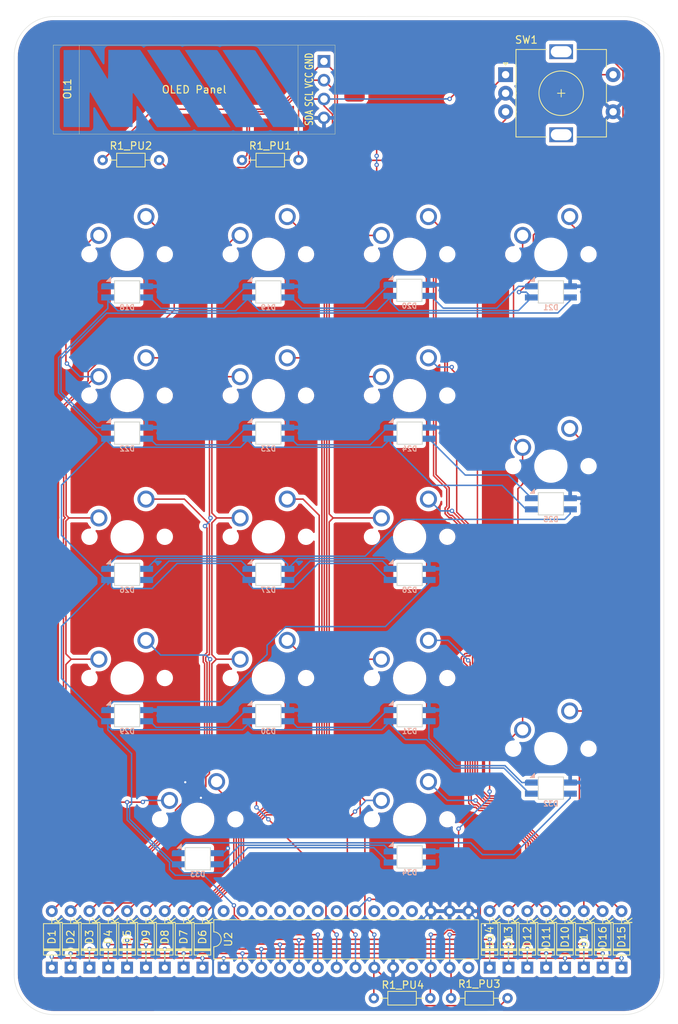
<source format=kicad_pcb>
(kicad_pcb (version 20240108) (generator "pcbnew") (generator_version "8.0")
  (layers (0 "F.Cu" signal) (31 "B.Cu" signal) (34 "B.Paste" user) (35 "F.Paste" user) (36 "B.SilkS" user "B.Silkscreen") (37 "F.SilkS" user "F.Silkscreen") (38 "B.Mask" user) (39 "F.Mask" user) (44 "Edge.Cuts" user))
  (net 0 "")
  (net 1 "Net-(D1-A)")
  (net 2 "/row0")
  (net 3 "Net-(D2-A)")
  (net 4 "/row1")
  (net 5 "Net-(D3-A)")
  (net 6 "/row2")
  (net 7 "Net-(D4-A)")
  (net 8 "/row3")
  (net 9 "Net-(D5-A)")
  (net 10 "/row4")
  (net 11 "Net-(D6-A)")
  (net 12 "Net-(D7-A)")
  (net 13 "Net-(D8-A)")
  (net 14 "Net-(D9-A)")
  (net 15 "Net-(D10-A)")
  (net 16 "Net-(D11-A)")
  (net 17 "Net-(D12-A)")
  (net 18 "Net-(D13-A)")
  (net 19 "Net-(D14-A)")
  (net 20 "Net-(D15-A)")
  (net 21 "Net-(D16-A)")
  (net 22 "Net-(D17-A)")
  (net 23 "/col0")
  (net 24 "/col1")
  (net 25 "/col2")
  (net 26 "/col3")
  (net 27 "GND")
  (net 28 "/SDA")
  (net 29 "+3V3")
  (net 30 "/SCL")
  (net 31 "Net-(U1-D7)")
  (net 32 "Net-(U1-D6)")
  (net 33 "Net-(U1-D8)")
  (net 34 "VCC")
  (net 53 "Net-(D18-DOUT)")
  (net 55 "Net-(D19-DOUT)")
  (net 56 "Net-(D20-DOUT)")
  (net 57 "Net-(D21-DOUT)")
  (net 58 "Net-(D22-DOUT)")
  (net 59 "Net-(D23-DOUT)")
  (net 60 "Net-(D24-DOUT)")
  (net 61 "Net-(D25-DOUT)")
  (net 62 "Net-(D26-DOUT)")
  (net 63 "Net-(D27-DOUT)")
  (net 64 "Net-(D28-DOUT)")
  (net 65 "Net-(D30-DOUT)")
  (net 66 "Net-(D29-DOUT)")
  (net 67 "Net-(D31-DOUT)")
  (net 68 "Net-(D32-DOUT)")
  (net 69 "Net-(D33-DOUT)")
  (footprint "MX_Solderable:MX-Solderable-2U-Vertical" (layer "F.Cu") (at 102.87 135.255)
    (property "Reference" "MX17")
    (property "Value" "MX-NoLED")
  )
  (footprint "Diode_THT:D_DO-35_SOD27_P7.62mm_Horizontal" (layer "F.Cu") (at 35.56 164.7825 90)
    (property "Reference" "D1")
    (property "Value" "1N4148W" (hide yes))
  )
  (footprint "Diode_THT:D_DO-35_SOD27_P7.62mm_Horizontal" (layer "F.Cu") (at 48.26 164.7825 90)
    (property "Reference" "D9")
    (property "Value" "1N4148W" (hide yes))
  )
  (footprint "Diode_THT:D_DO-35_SOD27_P7.62mm_Horizontal" (layer "F.Cu") (at 102.235 164.7825 90)
    (property "Reference" "D11")
    (property "Value" "1N4148W" (hide yes))
  )
  (footprint "Diode_THT:D_DO-35_SOD27_P7.62mm_Horizontal" (layer "F.Cu") (at 38.1 164.7825 90)
    (property "Reference" "D2")
    (property "Value" "1N4148W" (hide yes))
  )
  (footprint "Diode_THT:D_DO-35_SOD27_P7.62mm_Horizontal" (layer "F.Cu") (at 53.34 164.7825 90)
    (property "Reference" "D7")
    (property "Value" "1N4148W" (hide yes))
  )
  (footprint "Rotary_Encoder:RotaryEncoder_Alps_EC11E-Switch_Vertical_H20mm" (layer "F.Cu") (at 96.763 44.363)
    (property "Reference" "SW1")
    (property "Value" "RotaryEncoder_Switch")
  )
  (footprint "MX_Solderable:MX-Solderable-1U" (layer "F.Cu") (at 45.72 68.58)
    (property "Reference" "MX1")
    (property "Value" "MX-NoLED")
  )
  (footprint "LOGO" (layer "F.Cu") (at 52.578 168.402)
    (property "Reference" "G***" (hide yes))
    (property "Value" "LOGO" (hide yes))
  )
  (footprint "SSD1302:SSD1306-0.91-OLED-4pin-128x32" (layer "F.Cu") (at 35.767 40.37475)
    (property "Reference" "OL1")
    (property "Value" "OLED")
  )
  (footprint "Diode_THT:D_DO-35_SOD27_P7.62mm_Horizontal" (layer "F.Cu") (at 55.88 164.7825 90)
    (property "Reference" "D6")
    (property "Value" "1N4148W" (hide yes))
  )
  (footprint "Diode_THT:D_DO-35_SOD27_P7.62mm_Horizontal" (layer "F.Cu") (at 107.315 164.7825 90)
    (property "Reference" "D17")
    (property "Value" "1N4148W" (hide yes))
  )
  (footprint "MX_Solderable:MX-Solderable-1U" (layer "F.Cu") (at 64.77 68.58)
    (property "Reference" "MX6")
    (property "Value" "MX-NoLED")
  )
  (footprint "Diode_THT:D_DO-35_SOD27_P7.62mm_Horizontal" (layer "F.Cu") (at 112.395 164.7825 90)
    (property "Reference" "D15")
    (property "Value" "1N4148W" (hide yes))
  )
  (footprint "LOGO" (layer "F.Cu") (at 52.578 168.402)
    (property "Reference" "G***" (hide yes))
    (property "Value" "LOGO" (hide yes))
  )
  (footprint "Package_DIP:DIP-28_W7.62mm" (layer "F.Cu") (at 58.7375 164.7825 90)
    (property "Reference" "U2")
    (property "Value" "MCP23017_SP")
  )
  (footprint "MX_Solderable:MX-Solderable-1U" (layer "F.Cu") (at 64.77 87.63)
    (property "Reference" "MX7")
    (property "Value" "MX-NoLED")
  )
  (footprint "MX_Solderable:MX-Solderable-1U" (layer "F.Cu") (at 45.72 87.63)
    (property "Reference" "MX2")
    (property "Value" "MX-NoLED")
  )
  (footprint "Diode_THT:D_DO-35_SOD27_P7.62mm_Horizontal" (layer "F.Cu") (at 45.72 164.7825 90)
    (property "Reference" "D5")
    (property "Value" "1N4148W" (hide yes))
  )
  (footprint "Resistor_THT:R_Axial_DIN0204_L3.6mm_D1.6mm_P7.62mm_Horizontal" (layer "F.Cu") (at 61.214 55.88)
    (property "Reference" "R1_PU1")
    (property "Value" "4.7k")
  )
  (footprint "Diode_THT:D_DO-35_SOD27_P7.62mm_Horizontal" (layer "F.Cu") (at 50.8 164.7825 90)
    (property "Reference" "D8")
    (property "Value" "1N4148W" (hide yes))
  )
  (footprint "Diode_THT:D_DO-35_SOD27_P7.62mm_Horizontal" (layer "F.Cu") (at 104.775 164.7825 90)
    (property "Reference" "D10")
    (property "Value" "1N4148W" (hide yes))
  )
  (footprint "MX_Solderable:MX-Solderable-1U" (layer "F.Cu") (at 83.82 87.63)
    (property "Reference" "MX11")
    (property "Value" "MX-NoLED")
  )
  (footprint "MX_Solderable:MX-Solderable-2U-Vertical" (layer "F.Cu") (at 102.87 97.155)
    (property "Reference" "MX16")
    (property "Value" "MX-NoLED")
  )
  (footprint "Diode_THT:D_DO-35_SOD27_P7.62mm_Horizontal" (layer "F.Cu") (at 99.695 164.7825 90)
    (property "Reference" "D12")
    (property "Value" "1N4148W" (hide yes))
  )
  (footprint "MX_Solderable:MX-Solderable-1U" (layer "F.Cu") (at 83.82 68.58)
    (property "Reference" "MX10")
    (property "Value" "MX-NoLED")
  )
  (footprint "MX_Solderable:MX-Solderable-1U" (layer "F.Cu") (at 83.82 144.78)
    (property "Reference" "MX14")
    (property "Value" "MX-NoLED")
  )
  (footprint "XIAO_PCB:XIAO-14P-SMD-2.54-21x17.8MM" (layer "F.Cu") (at 84.455 46.99)
    (property "Reference" "U1" (hide yes))
    (property "Value" "SEEED-XIAO")
  )
  (footprint "Resistor_THT:R_Axial_DIN0204_L3.6mm_D1.6mm_P7.62mm_Horizontal" (layer "F.Cu") (at 42.418 55.88)
    (property "Reference" "R1_PU2")
    (property "Value" "4.7k")
  )
  (footprint "Diode_THT:D_DO-35_SOD27_P7.62mm_Horizontal" (layer "F.Cu") (at 97.155 164.7825 90)
    (property "Reference" "D13")
    (property "Value" "1N4148W" (hide yes))
  )
  (footprint "Resistor_THT:R_Axial_DIN0204_L3.6mm_D1.6mm_P7.62mm_Horizontal" (layer "F.Cu") (at 78.994 168.91)
    (property "Reference" "R1_PU4")
    (property "Value" "4.7k")
  )
  (footprint "Diode_THT:D_DO-35_SOD27_P7.62mm_Horizontal" (layer "F.Cu") (at 40.64 164.7825 90)
    (property "Reference" "D3")
    (property "Value" "1N4148W" (hide yes))
  )
  (footprint "Diode_THT:D_DO-35_SOD27_P7.62mm_Horizontal" (layer "F.Cu") (at 109.855 164.7825 90)
    (property "Reference" "D16")
    (property "Value" "1N4148W" (hide yes))
  )
  (footprint "MX_Solderable:MX-Solderable-1U" (layer "F.Cu") (at 102.87 68.58)
    (property "Reference" "MX15")
    (property "Value" "MX-NoLED")
  )
  (footprint "Resistor_THT:R_Axial_DIN0204_L3.6mm_D1.6mm_P7.62mm_Horizontal" (layer "F.Cu") (at 89.408 168.91)
    (property "Reference" "R1_PU3")
    (property "Value" "4.7k")
  )
  (footprint "MX_Solderable:MX-Solderable-1U" (layer "F.Cu") (at 83.82 106.68)
    (property "Reference" "MX12")
    (property "Value" "MX-NoLED")
  )
  (footprint "MX_Solderable:MX-Solderable-1U" (layer "F.Cu") (at 83.82 125.73)
    (property "Reference" "MX13")
    (property "Value" "MX-NoLED")
  )
  (footprint "Diode_THT:D_DO-35_SOD27_P7.62mm_Horizontal" (layer "F.Cu") (at 43.18 164.7825 90)
    (property "Reference" "D4")
    (property "Value" "1N4148W" (hide yes))
  )
  (footprint "MX_Solderable:MX-Solderable-2U" (layer "F.Cu") (at 55.245 144.78)
    (property "Reference" "MX5")
    (property "Value" "MX-NoLED")
  )
  (footprint "MX_Solderable:MX-Solderable-1U" (layer "F.Cu") (at 64.77 125.73)
    (property "Reference" "MX9")
    (property "Value" "MX-NoLED")
  )
  (footprint "MX_Solderable:MX-Solderable-1U" (layer "F.Cu") (at 64.77 106.68)
    (property "Reference" "MX8")
    (property "Value" "MX-NoLED")
  )
  (footprint "Diode_THT:D_DO-35_SOD27_P7.62mm_Horizontal" (layer "F.Cu") (at 94.615 164.7825 90)
    (property "Reference" "D14")
    (property "Value" "1N4148W" (hide yes))
  )
  (footprint "MX_Solderable:MX-Solderable-1U" (layer "F.Cu") (at 45.72 106.68)
    (property "Reference" "MX3")
    (property "Value" "MX-NoLED")
  )
  (footprint "MX_Solderable:MX-Solderable-1U" (layer "F.Cu") (at 45.72 125.73)
    (property "Reference" "MX4")
    (property "Value" "MX-NoLED")
  )
  (footprint "LED underglow:SK6812MINI-E" (layer "B.Cu") (at 45.72 73.655 180)
    (property "Reference" "D18")
    (property "Value" "SK6812" (hide yes))
    (fp_line (start 1.7 1.5) (end -1.7 1.5) (stroke (width 0.12)) (layer "Edge.Cuts"))
    (fp_line (start 1.7 -1.5) (end 1.7 1.5) (stroke (width 0.12)) (layer "Edge.Cuts"))
    (fp_line (start -1.7 1.5) (end -1.7 -1.5) (stroke (width 0.12)) (layer "Edge.Cuts"))
    (fp_line (start -1.7 -1.5) (end 1.7 -1.5) (stroke (width 0.12)) (layer "Edge.Cuts"))
  )
  (footprint "LED underglow:SK6812MINI-E" (layer "B.Cu") (at 64.77 130.805 180)
    (property "Reference" "D30")
    (property "Value" "SK6812" (hide yes))
    (fp_line (start 1.7 1.5) (end -1.7 1.5) (stroke (width 0.12)) (layer "Edge.Cuts"))
    (fp_line (start 1.7 -1.5) (end 1.7 1.5) (stroke (width 0.12)) (layer "Edge.Cuts"))
    (fp_line (start -1.7 1.5) (end -1.7 -1.5) (stroke (width 0.12)) (layer "Edge.Cuts"))
    (fp_line (start -1.7 -1.5) (end 1.7 -1.5) (stroke (width 0.12)) (layer "Edge.Cuts"))
  )
  (footprint "LED underglow:SK6812MINI-E" (layer "B.Cu") (at 102.87 73.655 180)
    (property "Reference" "D21")
    (property "Value" "SK6812" (hide yes))
    (fp_line (start 1.7 1.5) (end -1.7 1.5) (stroke (width 0.12)) (layer "Edge.Cuts"))
    (fp_line (start 1.7 -1.5) (end 1.7 1.5) (stroke (width 0.12)) (layer "Edge.Cuts"))
    (fp_line (start -1.7 1.5) (end -1.7 -1.5) (stroke (width 0.12)) (layer "Edge.Cuts"))
    (fp_line (start -1.7 -1.5) (end 1.7 -1.5) (stroke (width 0.12)) (layer "Edge.Cuts"))
  )
  (footprint "LED underglow:SK6812MINI-E" (layer "B.Cu") (at 83.82 92.705 180)
    (property "Reference" "D24")
    (property "Value" "SK6812" (hide yes))
    (fp_line (start 1.7 1.5) (end -1.7 1.5) (stroke (width 0.12)) (layer "Edge.Cuts"))
    (fp_line (start 1.7 -1.5) (end 1.7 1.5) (stroke (width 0.12)) (layer "Edge.Cuts"))
    (fp_line (start -1.7 1.5) (end -1.7 -1.5) (stroke (width 0.12)) (layer "Edge.Cuts"))
    (fp_line (start -1.7 -1.5) (end 1.7 -1.5) (stroke (width 0.12)) (layer "Edge.Cuts"))
  )
  (footprint "LED underglow:SK6812MINI-E" (layer "B.Cu") (at 45.72 130.805 180)
    (property "Reference" "D29")
    (property "Value" "SK6812" (hide yes))
    (fp_line (start 1.7 1.5) (end -1.7 1.5) (stroke (width 0.12)) (layer "Edge.Cuts"))
    (fp_line (start 1.7 -1.5) (end 1.7 1.5) (stroke (width 0.12)) (layer "Edge.Cuts"))
    (fp_line (start -1.7 1.5) (end -1.7 -1.5) (stroke (width 0.12)) (layer "Edge.Cuts"))
    (fp_line (start -1.7 -1.5) (end 1.7 -1.5) (stroke (width 0.12)) (layer "Edge.Cuts"))
  )
  (footprint "LED underglow:SK6812MINI-E" (layer "B.Cu") (at 83.7854 73.4434 180)
    (property "Reference" "D20")
    (property "Value" "SK6812" (hide yes))
    (fp_line (start 1.7 1.5) (end -1.7 1.5) (stroke (width 0.12)) (layer "Edge.Cuts"))
    (fp_line (start 1.7 -1.5) (end 1.7 1.5) (stroke (width 0.12)) (layer "Edge.Cuts"))
    (fp_line (start -1.7 1.5) (end -1.7 -1.5) (stroke (width 0.12)) (layer "Edge.Cuts"))
    (fp_line (start -1.7 -1.5) (end 1.7 -1.5) (stroke (width 0.12)) (layer "Edge.Cuts"))
  )
  (footprint "LED underglow:SK6812MINI-E" (layer "B.Cu") (at 55.245 150.1 180)
    (property "Reference" "D33")
    (property "Value" "SK6812" (hide yes))
    (fp_line (start 1.7 1.5) (end -1.7 1.5) (stroke (width 0.12)) (layer "Edge.Cuts"))
    (fp_line (start 1.7 -1.5) (end 1.7 1.5) (stroke (width 0.12)) (layer "Edge.Cuts"))
    (fp_line (start -1.7 1.5) (end -1.7 -1.5) (stroke (width 0.12)) (layer "Edge.Cuts"))
    (fp_line (start -1.7 -1.5) (end 1.7 -1.5) (stroke (width 0.12)) (layer "Edge.Cuts"))
  )
  (footprint "LED underglow:SK6812MINI-E" (layer "B.Cu") (at 83.82 111.755 180)
    (property "Reference" "D28")
    (property "Value" "SK6812" (hide yes))
    (fp_line (start 1.7 1.5) (end -1.7 1.5) (stroke (width 0.12)) (layer "Edge.Cuts"))
    (fp_line (start 1.7 -1.5) (end 1.7 1.5) (stroke (width 0.12)) (layer "Edge.Cuts"))
    (fp_line (start -1.7 1.5) (end -1.7 -1.5) (stroke (width 0.12)) (layer "Edge.Cuts"))
    (fp_line (start -1.7 -1.5) (end 1.7 -1.5) (stroke (width 0.12)) (layer "Edge.Cuts"))
  )
  (footprint "LED underglow:SK6812MINI-E" (layer "B.Cu") (at 64.77 111.755 180)
    (property "Reference" "D27")
    (property "Value" "SK6812" (hide yes))
    (fp_line (start 1.7 1.5) (end -1.7 1.5) (stroke (width 0.12)) (layer "Edge.Cuts"))
    (fp_line (start 1.7 -1.5) (end 1.7 1.5) (stroke (width 0.12)) (layer "Edge.Cuts"))
    (fp_line (start -1.7 1.5) (end -1.7 -1.5) (stroke (width 0.12)) (layer "Edge.Cuts"))
    (fp_line (start -1.7 -1.5) (end 1.7 -1.5) (stroke (width 0.12)) (layer "Edge.Cuts"))
  )
  (footprint "LED underglow:SK6812MINI-E" (layer "B.Cu") (at 83.82 130.805 180)
    (property "Reference" "D31")
    (property "Value" "SK6812" (hide yes))
    (fp_line (start 1.7 1.5) (end -1.7 1.5) (stroke (width 0.12)) (layer "Edge.Cuts"))
    (fp_line (start 1.7 -1.5) (end 1.7 1.5) (stroke (width 0.12)) (layer "Edge.Cuts"))
    (fp_line (start -1.7 1.5) (end -1.7 -1.5) (stroke (width 0.12)) (layer "Edge.Cuts"))
    (fp_line (start -1.7 -1.5) (end 1.7 -1.5) (stroke (width 0.12)) (layer "Edge.Cuts"))
  )
  (footprint "LED underglow:SK6812MINI-E" (layer "B.Cu") (at 45.72 111.755 180)
    (property "Reference" "D26")
    (property "Value" "SK6812" (hide yes))
    (fp_line (start 1.7 1.5) (end -1.7 1.5) (stroke (width 0.12)) (layer "Edge.Cuts"))
    (fp_line (start 1.7 -1.5) (end 1.7 1.5) (stroke (width 0.12)) (layer "Edge.Cuts"))
    (fp_line (start -1.7 1.5) (end -1.7 -1.5) (stroke (width 0.12)) (layer "Edge.Cuts"))
    (fp_line (start -1.7 -1.5) (end 1.7 -1.5) (stroke (width 0.12)) (layer "Edge.Cuts"))
  )
  (footprint "LED underglow:SK6812MINI-E" (layer "B.Cu") (at 102.87 140.575 180)
    (property "Reference" "D32")
    (property "Value" "SK6812" (hide yes))
    (fp_line (start 1.7 1.5) (end -1.7 1.5) (stroke (width 0.12)) (layer "Edge.Cuts"))
    (fp_line (start 1.7 -1.5) (end 1.7 1.5) (stroke (width 0.12)) (layer "Edge.Cuts"))
    (fp_line (start -1.7 1.5) (end -1.7 -1.5) (stroke (width 0.12)) (layer "Edge.Cuts"))
    (fp_line (start -1.7 -1.5) (end 1.7 -1.5) (stroke (width 0.12)) (layer "Edge.Cuts"))
  )
  (footprint "LED underglow:SK6812MINI-E" (layer "B.Cu") (at 102.87 102.23 180)
    (property "Reference" "D25")
    (property "Value" "SK6812" (hide yes))
    (fp_line (start 1.7 1.5) (end -1.7 1.5) (stroke (width 0.12)) (layer "Edge.Cuts"))
    (fp_line (start 1.7 -1.5) (end 1.7 1.5) (stroke (width 0.12)) (layer "Edge.Cuts"))
    (fp_line (start -1.7 1.5) (end -1.7 -1.5) (stroke (width 0.12)) (layer "Edge.Cuts"))
    (fp_line (start -1.7 -1.5) (end 1.7 -1.5) (stroke (width 0.12)) (layer "Edge.Cuts"))
  )
  (footprint "LED underglow:SK6812MINI-E" (layer "B.Cu") (at 83.82 149.855 180)
    (property "Reference" "D34")
    (property "Value" "SK6812" (hide yes))
    (fp_line (start 1.7 1.5) (end -1.7 1.5) (stroke (width 0.12)) (layer "Edge.Cuts"))
    (fp_line (start 1.7 -1.5) (end 1.7 1.5) (stroke (width 0.12)) (layer "Edge.Cuts"))
    (fp_line (start -1.7 1.5) (end -1.7 -1.5) (stroke (width 0.12)) (layer "Edge.Cuts"))
    (fp_line (start -1.7 -1.5) (end 1.7 -1.5) (stroke (width 0.12)) (layer "Edge.Cuts"))
  )
  (footprint "LED underglow:SK6812MINI-E" (layer "B.Cu") (at 45.72 92.705 180)
    (property "Reference" "D22")
    (property "Value" "SK6812" (hide yes))
    (fp_line (start 1.7 1.5) (end -1.7 1.5) (stroke (width 0.12)) (layer "Edge.Cuts"))
    (fp_line (start 1.7 -1.5) (end 1.7 1.5) (stroke (width 0.12)) (layer "Edge.Cuts"))
    (fp_line (start -1.7 1.5) (end -1.7 -1.5) (stroke (width 0.12)) (layer "Edge.Cuts"))
    (fp_line (start -1.7 -1.5) (end 1.7 -1.5) (stroke (width 0.12)) (layer "Edge.Cuts"))
  )
  (footprint "LED underglow:SK6812MINI-E" (layer "B.Cu") (at 64.77 73.655 180)
    (property "Reference" "D19")
    (property "Value" "SK6812" (hide yes))
    (fp_line (start 1.7 1.5) (end -1.7 1.5) (stroke (width 0.12)) (layer "Edge.Cuts"))
    (fp_line (start 1.7 -1.5) (end 1.7 1.5) (stroke (width 0.12)) (layer "Edge.Cuts"))
    (fp_line (start -1.7 1.5) (end -1.7 -1.5) (stroke (width 0.12)) (layer "Edge.Cuts"))
    (fp_line (start -1.7 -1.5) (end 1.7 -1.5) (stroke (width 0.12)) (layer "Edge.Cuts"))
  )
  (footprint "LOGO" (layer "B.Cu") (at 53.467 46.228 180)
    (property "Reference" "." (hide yes))
    (property "Value" "." (hide yes))
  )
  (footprint "LOGO" (layer "B.Cu") (at 53.467 46.228 180)
    (property "Reference" "." (hide yes))
    (property "Value" "." (hide yes))
  )
  (footprint "LED underglow:SK6812MINI-E" (layer "B.Cu") (at 64.77 92.705 180)
    (property "Reference" "D23")
    (property "Value" "SK6812" (hide yes))
    (fp_line (start 1.7 1.5) (end -1.7 1.5) (stroke (width 0.12)) (layer "Edge.Cuts"))
    (fp_line (start 1.7 -1.5) (end 1.7 1.5) (stroke (width 0.12)) (layer "Edge.Cuts"))
    (fp_line (start -1.7 1.5) (end -1.7 -1.5) (stroke (width 0.12)) (layer "Edge.Cuts"))
    (fp_line (start -1.7 -1.5) (end 1.7 -1.5) (stroke (width 0.12)) (layer "Edge.Cuts"))
  )
  (gr_line (start 35.8775 36.5125) (end 112.7125 36.519109) (stroke (width 0.05)) (layer "Edge.Cuts"))
  (gr_arc (start 112.7125 36.519109) (mid 116.529109 38.1) (end 118.11 41.916609) (stroke (width 0.05)) (layer "Edge.Cuts"))
  (gr_line (start 112.705891 171.125891) (end 35.8775 171.1325) (stroke (width 0.05)) (layer "Edge.Cuts"))
  (gr_line (start 118.11 41.916609) (end 118.11 165.735) (stroke (width 0.05)) (layer "Edge.Cuts"))
  (gr_arc (start 30.48 41.91) (mid 32.060891 38.093391) (end 35.8775 36.5125) (stroke (width 0.05)) (layer "Edge.Cuts"))
  (gr_arc (start 35.8775 171.1325) (mid 32.060891 169.551609) (end 30.48 165.735) (stroke (width 0.05)) (layer "Edge.Cuts"))
  (gr_line (start 30.48 165.735) (end 30.48 41.91) (stroke (width 0.05)) (layer "Edge.Cuts"))
  (gr_arc (start 118.103391 165.728391) (mid 116.5225 169.545) (end 112.705891 171.125891) (stroke (width 0.05)) (layer "Edge.Cuts"))
  (gr_text "hajpad v4." (at 56.896 169.164 0) (layer "F.Cu") (effects (font (size 1 1)) (justify left bottom)))
  (segment (start 48.26 63.5) (end 52.07 67.31) (width 0.2) (layer "F.Cu") (net 1))
  (segment (start 45.95539 78.994) (end 40.46 84.48939) (width 0.2) (layer "F.Cu") (net 1))
  (segment (start 37.138 155.5845) (end 35.56 157.1625) (width 0.2) (layer "F.Cu") (net 1))
  (segment (start 37.138 104.370648) (end 37.138 155.5845) (width 0.2) (layer "F.Cu") (net 1))
  (segment (start 52.07 76.0984) (end 49.1744 78.994) (width 0.2) (layer "F.Cu") (net 1))
  (segment (start 52.07 67.31) (end 52.07 76.0984) (width 0.2) (layer "F.Cu") (net 1))
  (segment (start 37.1634 103.894448) (end 37.3888 104.119848) (width 0.2) (layer "F.Cu") (net 1))
  (segment (start 40.46 85.643566) (end 37.1634 88.940166) (width 0.2) (layer "F.Cu") (net 1))
  (segment (start 49.1744 78.994) (end 45.95539 78.994) (width 0.2) (layer "F.Cu") (net 1))
  (segment (start 40.46 84.48939) (end 40.46 85.643566) (width 0.2) (layer "F.Cu") (net 1))
  (segment (start 37.1634 88.940166) (end 37.1634 103.894448) (width 0.2) (layer "F.Cu") (net 1))
  (segment (start 37.3888 104.119848) (end 37.138 104.370648) (width 0.2) (layer "F.Cu") (net 1))
  (segment (start 35.73 163.4775) (end 55.71 163.4775) (width 0.2) (layer "F.Cu") (net 2))
  (segment (start 55.88 163.5125) (end 112.395 163.5125) (width 0.2) (layer "F.Cu") (net 2))
  (via (at 35.56 163.3075) (size 0.6) (drill 0.3) (layers "F.Cu" "B.Cu") (net 2))
  (via (at 104.775 163.5125) (size 0.6) (drill 0.3) (layers "F.Cu" "B.Cu") (net 2))
  (via (at 55.88 163.5125) (size 0.6) (drill 0.3) (layers "F.Cu" "B.Cu") (net 2))
  (via (at 58.7375 163.5125) (size 0.6) (drill 0.3) (layers "F.Cu" "B.Cu") (net 2))
  (via (at 112.395 163.5125) (size 0.6) (drill 0.3) (layers "F.Cu" "B.Cu") (net 2))
  (segment (start 104.775 163.5125) (end 104.775 164.7825) (width 0.2) (layer "B.Cu") (net 2))
  (segment (start 55.88 163.5125) (end 55.88 164.7825) (width 0.2) (layer "B.Cu") (net 2))
  (segment (start 112.395 163.5125) (end 112.395 164.7825) (width 0.2) (layer "B.Cu") (net 2))
  (segment (start 35.56 164.7825) (end 35.56 163.5125) (width 0.2) (layer "B.Cu") (net 2))
  (segment (start 58.7375 163.5125) (end 58.7375 164.7825) (width 0.2) (layer "B.Cu") (net 2))
  (segment (start 55.681 138.828494) (end 55.681 140.098672) (width 0.2) (layer "F.Cu") (net 3))
  (segment (start 48.4442 148.801704) (end 48.4442 153.050956) (width 0.2) (layer "F.Cu") (net 3))
  (segment (start 44.507604 155.7355) (end 39.527 155.7355) (width 0.2) (layer "F.Cu") (net 3))
  (segment (start 52.2431 145.002804) (end 48.4442 148.801704) (width 0.2) (layer "F.Cu") (net 3))
  (segment (start 55.681 140.098672) (end 52.2431 143.536572) (width 0.2) (layer "F.Cu") (net 3))
  (segment (start 56.169 138.340494) (end 55.681 138.828494) (width 0.2) (layer "F.Cu") (net 3))
  (segment (start 46.086656 155.4085) (end 44.834604 155.4085) (width 0.2) (layer "F.Cu") (net 3))
  (segment (start 55.98407 122.806023) (end 55.98407 123.573977) (width 0.2) (layer "F.Cu") (net 3))
  (segment (start 56.496 105.5052) (end 56.496 122.294093) (width 0.2) (layer "F.Cu") (net 3))
  (segment (start 52.2431 143.536572) (end 52.2431 145.002804) (width 0.2) (layer "F.Cu") (net 3))
  (segment (start 56.223 105.2322) (end 56.496 105.5052) (width 0.2) (layer "F.Cu") (net 3))
  (segment (start 56.823 83.8232) (end 56.823 104.001129) (width 0.2) (layer "F.Cu") (net 3))
  (segment (start 55.5498 82.55) (end 56.823 83.8232) (width 0.2) (layer "F.Cu") (net 3))
  (segment (start 39.527 155.7355) (end 38.1 157.1625) (width 0.2) (layer "F.Cu") (net 3))
  (segment (start 48.26 82.55) (end 55.5498 82.55) (width 0.2) (layer "F.Cu") (net 3))
  (segment (start 48.4442 153.050956) (end 46.086656 155.4085) (width 0.2) (layer "F.Cu") (net 3))
  (segment (start 55.98407 123.573977) (end 56.169 123.758907) (width 0.2) (layer "F.Cu") (net 3))
  (segment (start 56.823 104.001129) (end 56.961871 104.14) (width 0.2) (layer "F.Cu") (net 3))
  (segment (start 44.834604 155.4085) (end 44.507604 155.7355) (width 0.2) (layer "F.Cu") (net 3))
  (segment (start 56.169 123.758907) (end 56.169 138.340494) (width 0.2) (layer "F.Cu") (net 3))
  (segment (start 56.496 122.294093) (end 55.98407 122.806023) (width 0.2) (layer "F.Cu") (net 3))
  (via (at 56.961871 104.14) (size 0.6) (drill 0.3) (layers "F.Cu" "B.Cu") (net 3))
  (via (at 56.223 105.2322) (size 0.6) (drill 0.3) (layers "F.Cu" "B.Cu") (net 3))
  (segment (start 56.961871 104.493329) (end 56.223 105.2322) (width 0.2) (layer "B.Cu") (net 3))
  (segment (start 56.961871 104.14) (end 56.961871 104.493329) (width 0.2) (layer "B.Cu") (net 3))
  (segment (start 38.1 162.8775) (end 53.34 162.8775) (width 0.2) (layer "F.Cu") (net 4))
  (segment (start 53.34 162.8775) (end 109.855 162.8775) (width 0.2) (layer "F.Cu") (net 4))
  (segment (start 53.34 163.0825) (end 53.51 162.9125) (width 0.2) (layer "F.Cu") (net 4))
  (via (at 53.34 162.8775) (size 0.6) (drill 0.3) (layers "F.Cu" "B.Cu") (net 4))
  (via (at 109.855 162.8775) (size 0.6) (drill 0.3) (layers "F.Cu" "B.Cu") (net 4))
  (via (at 61.2775 162.8775) (size 0.6) (drill 0.3) (layers "F.Cu" "B.Cu") (net 4))
  (via (at 38.1 162.8775) (size 0.6) (drill 0.3) (layers "F.Cu" "B.Cu") (net 4))
  (via (at 102.235 162.8775) (size 0.6) (drill 0.3) (layers "F.Cu" "B.Cu") (net 4))
  (segment (start 38.1 164.7825) (end 38.1 163.0825) (width 0.2) (layer "B.Cu") (net 4))
  (segment (start 109.855 162.8775) (end 109.855 164.7825) (width 0.2) (layer "B.Cu") (net 4))
  (segment (start 53.34 163.0825) (end 53.34 164.7825) (width 0.2) (layer "B.Cu") (net 4))
  (segment (start 102.235 162.8775) (end 102.235 164.7825) (width 0.2) (layer "B.Cu") (net 4))
  (segment (start 61.2775 162.8775) (end 61.2775 164.7825) (width 0.2) (layer "B.Cu") (net 4))
  (segment (start 48.7712 153.186404) (end 46.222104 155.7355) (width 0.2) (layer "F.Cu") (net 5))
  (segment (start 46.222104 155.7355) (end 44.970052 155.7355) (width 0.2) (layer "F.Cu") (net 5))
  (segment (start 44.970052 155.7355) (end 44.643052 156.0625) (width 0.2) (layer "F.Cu") (net 5))
  (segment (start 56.496 138.475942) (end 56.008 138.963942) (width 0.2) (layer "F.Cu") (net 5))
  (segment (start 56.823 122.59) (end 56.662541 122.59) (width 0.2) (layer "F.Cu") (net 5))
  (segment (start 56.31107 122.941471) (end 56.31107 123.438529) (width 0.2) (layer "F.Cu") (net 5))
  (segment (start 53.4416 101.6) (end 56.823 104.9814) (width 0.2) (layer "F.Cu") (net 5))
  (segment (start 48.7712 148.937152) (end 48.7712 153.186404) (width 0.2) (layer "F.Cu") (net 5))
  (segment (start 52.5701 143.67202) (end 52.5701 145.138252) (width 0.2) (layer "F.Cu") (net 5))
  (segment (start 56.008 138.963942) (end 56.008 140.23412) (width 0.2) (layer "F.Cu") (net 5))
  (segment (start 52.5701 145.138252) (end 48.7712 148.937152) (width 0.2) (layer "F.Cu") (net 5))
  (segment (start 41.74 156.0625) (end 40.64 157.1625) (width 0.2) (layer "F.Cu") (net 5))
  (segment (start 56.662541 122.59) (end 56.31107 122.941471) (width 0.2) (layer "F.Cu") (net 5))
  (segment (start 56.31107 123.438529) (end 56.496 123.623459) (width 0.2) (layer "F.Cu") (net 5))
  (segment (start 56.496 123.623459) (end 56.496 138.475942) (width 0.2) (layer "F.Cu") (net 5))
  (segment (start 44.643052 156.0625) (end 41.74 156.0625) (width 0.2) (layer "F.Cu") (net 5))
  (segment (start 56.008 140.23412) (end 52.5701 143.67202) (width 0.2) (layer "F.Cu") (net 5))
  (segment (start 56.823 104.9814) (end 56.823 122.59) (width 0.2) (layer "F.Cu") (net 5))
  (segment (start 48.26 101.6) (end 53.4416 101.6) (width 0.2) (layer "F.Cu") (net 5))
  (segment (start 50.8 162.2775) (end 61.5175 162.2775) (width 0.2) (layer "F.Cu") (net 6))
  (segment (start 99.695 162.2775) (end 99.695 162.2425) (width 0.2) (layer "F.Cu") (net 6))
  (segment (start 61.2775 162.2775) (end 99.695 162.2775) (width 0.2) (layer "F.Cu") (net 6))
  (segment (start 40.64 162.2775) (end 50.8 162.2775) (width 0.2) (layer "F.Cu") (net 6))
  (via (at 50.8 162.2775) (size 0.6) (drill 0.3) (layers "F.Cu" "B.Cu") (net 6))
  (via (at 99.695 162.2425) (size 0.6) (drill 0.3) (layers "F.Cu" "B.Cu") (net 6))
  (via (at 63.8175 162.2775) (size 0.6) (drill 0.3) (layers "F.Cu" "B.Cu") (net 6))
  (via (at 40.64 162.2775) (size 0.6) (drill 0.3) (layers "F.Cu" "B.Cu") (net 6))
  (segment (start 99.695 162.2425) (end 99.695 164.7825) (width 0.2) (layer "B.Cu") (net 6))
  (segment (start 40.64 164.7825) (end 40.64 162.4825) (width 0.2) (layer "B.Cu") (net 6))
  (segment (start 63.8175 164.7825) (end 63.8175 162.2775) (width 0.2) (layer "B.Cu") (net 6))
  (segment (start 50.8 162.4825) (end 50.8 164.7825) (width 0.2) (layer "B.Cu") (net 6))
  (segment (start 56.823 138.61139) (end 56.335 139.09939) (width 0.2) (layer "F.Cu") (net 7))
  (segment (start 52.8971 145.2737) (end 49.0982 149.0726) (width 0.2) (layer "F.Cu") (net 7))
  (segment (start 56.91107 123.19) (end 56.823 123.27807) (width 0.2) (layer "F.Cu") (net 7))
  (segment (start 56.335 139.09939) (end 56.335 140.369568) (width 0.2) (layer "F.Cu") (net 7))
  (segment (start 46.357552 156.0625) (end 45.1055 156.0625) (width 0.2) (layer "F.Cu") (net 7))
  (segment (start 44.0055 157.1625) (end 43.18 157.1625) (width 0.2) (layer "F.Cu") (net 7))
  (segment (start 45.1055 156.0625) (end 44.0055 157.1625) (width 0.2) (layer "F.Cu") (net 7))
  (segment (start 49.0982 149.0726) (end 49.0982 153.321852) (width 0.2) (layer "F.Cu") (net 7))
  (segment (start 56.823 123.27807) (end 56.823 138.61139) (width 0.2) (layer "F.Cu") (net 7))
  (segment (start 52.8971 143.807468) (end 52.8971 145.2737) (width 0.2) (layer "F.Cu") (net 7))
  (segment (start 56.335 140.369568) (end 52.8971 143.807468) (width 0.2) (layer "F.Cu") (net 7))
  (segment (start 49.0982 153.321852) (end 46.357552 156.0625) (width 0.2) (layer "F.Cu") (net 7))
  (via (at 56.91107 123.19) (size 0.6) (drill 0.3) (layers "F.Cu" "B.Cu") (net 7))
  (segment (start 50.2412 122.6312) (end 48.26 120.65) (width 0.2) (layer "B.Cu") (net 7))
  (segment (start 56.35227 122.6312) (end 50.2412 122.6312) (width 0.2) (layer "B.Cu") (net 7))
  (segment (start 56.91107 123.19) (end 56.35227 122.6312) (width 0.2) (layer "B.Cu") (net 7))
  (segment (start 68.578971 161.6075) (end 68.648971 161.6775) (width 0.2) (layer "F.Cu") (net 8))
  (segment (start 68.648971 161.6775) (end 69.146029 161.6775) (width 0.2) (layer "F.Cu") (net 8))
  (segment (start 66.3225 161.6775) (end 66.3925 161.6075) (width 0.2) (layer "F.Cu") (net 8))
  (segment (start 66.3225 161.6775) (end 66.2525 161.6075) (width 0.2) (layer "F.Cu") (net 8))
  (segment (start 69.216029 161.6075) (end 97.4725 161.6075) (width 0.2) (layer "F.Cu") (net 8))
  (segment (start 97.4725 161.6075) (end 107.315 161.6075) (width 0.2) (layer "F.Cu") (net 8))
  (segment (start 48.33 161.6075) (end 48.26 161.6775) (width 0.2) (layer "F.Cu") (net 8))
  (segment (start 43.18 161.6775) (end 48.26 161.6775) (width 0.2) (layer "F.Cu") (net 8))
  (segment (start 66.2525 161.6075) (end 48.33 161.6075) (width 0.2) (layer "F.Cu") (net 8))
  (segment (start 97.155 161.6075) (end 97.4725 161.6075) (width 0.2) (layer "F.Cu") (net 8))
  (segment (start 69.146029 161.6775) (end 69.216029 161.6075) (width 0.2) (layer "F.Cu") (net 8))
  (segment (start 66.3925 161.6075) (end 68.578971 161.6075) (width 0.2) (layer "F.Cu") (net 8))
  (via (at 66.3225 161.6775) (size 0.6) (drill 0.3) (layers "F.Cu" "B.Cu") (net 8))
  (via (at 107.315 161.6075) (size 0.6) (drill 0.3) (layers "F.Cu" "B.Cu") (net 8))
  (via (at 43.18 161.6775) (size 0.6) (drill 0.3) (layers "F.Cu" "B.Cu") (net 8))
  (via (at 48.26 161.6775) (size 0.6) (drill 0.3) (layers "F.Cu" "B.Cu") (net 8))
  (via (at 97.155 161.6075) (size 0.6) (drill 0.3) (layers "F.Cu" "B.Cu") (net 8))
  (segment (start 48.26 161.8825) (end 48.26 164.7825) (width 0.2) (layer "B.Cu") (net 8))
  (segment (start 66.3575 161.7125) (end 66.3575 164.7825) (width 0.2) (layer "B.Cu") (net 8))
  (segment (start 43.18 164.7825) (end 43.18 161.8825) (width 0.2) (layer "B.Cu") (net 8))
  (segment (start 66.3225 161.6775) (end 66.3575 161.7125) (width 0.2) (layer "B.Cu") (net 8))
  (segment (start 107.315 161.6075) (end 107.315 164.7825) (width 0.2) (layer "B.Cu") (net 8))
  (segment (start 97.155 164.7825) (end 97.155 161.6075) (width 0.2) (layer "B.Cu") (net 8))
  (segment (start 48.1361 154.7464) (end 45.72 157.1625) (width 0.2) (layer "F.Cu") (net 9))
  (segment (start 57.119408 154.7464) (end 48.1361 154.7464) (width 0.2) (layer "F.Cu") (net 9))
  (segment (start 61.5299 145.321779) (end 60.110071 146.741608) (width 0.2) (layer "F.Cu") (net 9))
  (segment (start 57.785 139.7) (end 57.785 140.536014) (width 0.2) (layer "F.Cu") (net 9))
  (segment (start 61.5299 144.280914) (end 61.5299 145.321779) (width 0.2) (layer "F.Cu") (net 9))
  (segment (start 60.110071 146.741608) (end 60.110071 151.755737) (width 0.2) (layer "F.Cu") (net 9))
  (segment (start 57.785 140.536014) (end 61.5299 144.280914) (width 0.2) (layer "F.Cu") (net 9))
  (segment (start 60.110071 151.755737) (end 57.119408 154.7464) (width 0.2) (layer "F.Cu") (net 9))
  (segment (start 45.72 161.0775) (end 45.825 160.9725) (width 0.2) (layer "F.Cu") (net 10))
  (segment (start 45.825 160.9725) (end 94.615 160.9725) (width 0.2) (layer "F.Cu") (net 10))
  (via (at 45.72 161.0775) (size 0.6) (drill 0.3) (layers "F.Cu" "B.Cu") (net 10))
  (via (at 68.8975 161.0775) (size 0.6) (drill 0.3) (layers "F.Cu" "B.Cu") (net 10))
  (via (at 94.615 160.9725) (size 0.6) (drill 0.3) (layers "F.Cu" "B.Cu") (net 10))
  (segment (start 68.8975 161.0775) (end 68.8975 164.7825) (width 0.2) (layer "B.Cu") (net 10))
  (segment (start 94.615 160.9725) (end 94.615 164.7825) (width 0.2) (layer "B.Cu") (net 10))
  (segment (start 45.72 164.7825) (end 45.72 161.2825) (width 0.2) (layer "B.Cu") (net 10))
  (segment (start 61.418071 147.2834) (end 61.418071 152.297529) (width 0.2) (layer "F.Cu") (net 11))
  (segment (start 64.521471 144.18) (end 61.418071 147.2834) (width 0.2) (layer "F.Cu") (net 11))
  (segment (start 67.31 63.5) (end 72.317 68.507) (width 0.2) (layer "F.Cu") (net 11))
  (segment (start 65.624 144.18) (end 64.521471 144.18) (width 0.2) (layer "F.Cu") (net 11))
  (segment (start 61.418071 152.297529) (end 56.5531 157.1625) (width 0.2) (layer "F.Cu") (net 11))
  (segment (start 72.317 68.507) (end 72.317 137.487) (width 0.2) (layer "F.Cu") (net 11))
  (segment (start 56.5531 157.1625) (end 55.88 157.1625) (width 0.2) (layer "F.Cu") (net 11))
  (segment (start 72.317 137.487) (end 65.624 144.18) (width 0.2) (layer "F.Cu") (net 11))
  (segment (start 64.386023 143.853) (end 61.091071 147.147952) (width 0.2) (layer "F.Cu") (net 12))
  (segment (start 61.091071 147.147952) (end 61.091071 152.162081) (width 0.2) (layer "F.Cu") (net 12))
  (segment (start 65.488552 143.853) (end 64.386023 143.853) (width 0.2) (layer "F.Cu") (net 12))
  (segment (start 71.99 137.351552) (end 65.488552 143.853) (width 0.2) (layer "F.Cu") (net 12))
  (segment (start 61.091071 152.162081) (end 57.525752 155.7274) (width 0.2) (layer "F.Cu") (net 12))
  (segment (start 71.99 84.2582) (end 71.99 137.351552) (width 0.2) (layer "F.Cu") (net 12))
  (segment (start 53.6575 157.1625) (end 53.34 157.1625) (width 0.2) (layer "F.Cu") (net 12))
  (segment (start 67.31 82.55) (end 70.2818 82.55) (width 0.2) (layer "F.Cu") (net 12))
  (segment (start 55.0926 155.7274) (end 53.6575 157.1625) (width 0.2) (layer "F.Cu") (net 12))
  (segment (start 70.2818 82.55) (end 71.99 84.2582) (width 0.2) (layer "F.Cu") (net 12))
  (segment (start 57.525752 155.7274) (end 55.0926 155.7274) (width 0.2) (layer "F.Cu") (net 12))
  (segment (start 57.390304 155.4004) (end 52.5621 155.4004) (width 0.2) (layer "F.Cu") (net 13))
  (segment (start 60.764071 147.012504) (end 60.764071 152.026633) (width 0.2) (layer "F.Cu") (net 13))
  (segment (start 52.5621 155.4004) (end 50.8 157.1625) (width 0.2) (layer "F.Cu") (net 13))
  (segment (start 60.764071 152.026633) (end 57.390304 155.4004) (width 0.2) (layer "F.Cu") (net 13))
  (segment (start 64.250575 143.526) (end 60.764071 147.012504) (width 0.2) (layer "F.Cu") (net 13))
  (segment (start 67.31 101.6) (end 69.4436 101.6) (width 0.2) (layer "F.Cu") (net 13))
  (segment (start 71.628 137.251104) (end 65.353104 143.526) (width 0.2) (layer "F.Cu") (net 13))
  (segment (start 71.628 103.7844) (end 71.628 137.251104) (width 0.2) (layer "F.Cu") (net 13))
  (segment (start 65.353104 143.526) (end 64.250575 143.526) (width 0.2) (layer "F.Cu") (net 13))
  (segment (start 69.4436 101.6) (end 71.628 103.7844) (width 0.2) (layer "F.Cu") (net 13))
  (segment (start 71.301 124.641) (end 71.301 137.115656) (width 0.2) (layer "F.Cu") (net 14))
  (segment (start 60.437071 146.877056) (end 60.437071 151.891185) (width 0.2) (layer "F.Cu") (net 14))
  (segment (start 50.3491 155.0734) (end 48.26 157.1625) (width 0.2) (layer "F.Cu") (net 14))
  (segment (start 65.217656 143.199) (end 64.115127 143.199) (width 0.2) (layer "F.Cu") (net 14))
  (segment (start 57.254856 155.0734) (end 50.3491 155.0734) (width 0.2) (layer "F.Cu") (net 14))
  (segment (start 71.301 137.115656) (end 65.217656 143.199) (width 0.2) (layer "F.Cu") (net 14))
  (segment (start 60.437071 151.891185) (end 57.254856 155.0734) (width 0.2) (layer "F.Cu") (net 14))
  (segment (start 67.31 120.65) (end 71.301 124.641) (width 0.2) (layer "F.Cu") (net 14))
  (segment (start 64.115127 143.199) (end 60.437071 146.877056) (width 0.2) (layer "F.Cu") (net 14))
  (segment (start 86.36 63.5) (end 86.487 63.5) (width 0.2) (layer "F.Cu") (net 15))
  (segment (start 95.761105 141.638524) (end 101.4412 147.318619) (width 0.2) (layer "F.Cu") (net 15))
  (segment (start 92.964 140.244053) (end 94.358471 141.638524) (width 0.2) (layer "F.Cu") (net 15))
  (segment (start 101.4412 153.8287) (end 104.775 157.1625) (width 0.2) (layer "F.Cu") (net 15))
  (segment (start 94.358471 141.638524) (end 95.761105 141.638524) (width 0.2) (layer "F.Cu") (net 15))
  (segment (start 86.487 63.5) (end 92.964 69.977) (width 0.2) (layer "F.Cu") (net 15))
  (segment (start 92.964 69.977) (end 92.964 140.244053) (width 0.2) (layer "F.Cu") (net 15))
  (segment (start 101.4412 147.318619) (end 101.4412 153.8287) (width 0.2) (layer "F.Cu") (net 15))
  (segment (start 101.1142 147.454067) (end 101.1142 156.0417) (width 0.2) (layer "F.Cu") (net 16))
  (segment (start 89.535 84.1375) (end 90.17 84.7725) (width 0.2) (layer "F.Cu") (net 16))
  (segment (start 89.535 83.8296) (end 89.5 83.7946) (width 0.2) (layer "F.Cu") (net 16))
  (segment (start 92.637 105.827052) (end 92.637 140.379501) (width 0.2) (layer "F.Cu") (net 16))
  (segment (start 90.17 84.7725) (end 90.17 103.360052) (width 0.2) (layer "F.Cu") (net 16))
  (segment (start 101.1142 156.0417) (end 102.235 157.1625) (width 0.2) (layer "F.Cu") (net 16))
  (segment (start 92.637 140.379501) (end 94.223023 141.965524) (width 0.2) (layer "F.Cu") (net 16))
  (segment (start 95.625657 141.965524) (end 101.1142 147.454067) (width 0.2) (layer "F.Cu") (net 16))
  (segment (start 90.17 103.360052) (end 92.637 105.827052) (width 0.2) (layer "F.Cu") (net 16))
  (segment (start 94.223023 141.965524) (end 95.625657 141.965524) (width 0.2) (layer "F.Cu") (net 16))
  (segment (start 89.535 84.1375) (end 89.535 83.8296) (width 0.2) (layer "F.Cu") (net 16))
  (via (at 89.5 83.7946) (size 0.6) (drill 0.3) (layers "F.Cu" "B.Cu") (net 16))
  (segment (start 89.5 83.7946) (end 87.6046 83.7946) (width 0.2) (layer "B.Cu") (net 16))
  (segment (start 87.6046 83.7946) (end 86.36 82.55) (width 0.2) (layer "B.Cu") (net 16))
  (segment (start 94.087575 142.292524) (end 95.490209 142.292524) (width 0.2) (layer "F.Cu") (net 17))
  (segment (start 92.31 105.9625) (end 92.31 140.514949) (width 0.2) (layer "F.Cu") (net 17))
  (segment (start 100.7872 156.0703) (end 99.695 157.1625) (width 0.2) (layer "F.Cu") (net 17))
  (segment (start 89.535 103.1875) (end 92.31 105.9625) (width 0.2) (layer "F.Cu") (net 17))
  (segment (start 95.490209 142.292524) (end 100.7872 147.589515) (width 0.2) (layer "F.Cu") (net 17))
  (segment (start 100.7872 147.589515) (end 100.7872 156.0703) (width 0.2) (layer "F.Cu") (net 17))
  (segment (start 92.31 140.514949) (end 94.087575 142.292524) (width 0.2) (layer "F.Cu") (net 17))
  (via (at 89.535 103.1875) (size 0.6) (drill 0.3) (layers "F.Cu" "B.Cu") (net 17))
  (segment (start 87.9475 103.1875) (end 86.36 101.6) (width 0.2) (layer "B.Cu") (net 17))
  (segment (start 89.535 103.1875) (end 87.9475 103.1875) (width 0.2) (layer "B.Cu") (net 17))
  (segment (start 91.983 123.606) (end 91.983 140.650397) (width 0.2) (layer "F.Cu") (net 18))
  (segment (start 91.821 123.444) (end 91.983 123.606) (width 0.2) (layer "F.Cu") (net 18))
  (segment (start 91.7194 123.3424) (end 91.71 123.3424) (width 0.2) (layer "F.Cu") (net 18))
  (segment (start 95.354761 142.619524) (end 100.4602 147.724963) (width 0.2) (layer "F.Cu") (net 18))
  (segment (start 93.952127 142.619524) (end 95.354761 142.619524) (width 0.2) (layer "F.Cu") (net 18))
  (segment (start 91.821 123.444) (end 91.7194 123.3424) (width 0.2) (layer "F.Cu") (net 18))
  (segment (start 100.4602 153.8573) (end 97.155 157.1625) (width 0.2) (layer "F.Cu") (net 18))
  (segment (start 100.4602 147.724963) (end 100.4602 153.8573) (width 0.2) (layer "F.Cu") (net 18))
  (segment (start 91.983 140.650397) (end 93.952127 142.619524) (width 0.2) (layer "F.Cu") (net 18))
  (via (at 91.71 123.3424) (size 0.6) (drill 0.3) (layers "F.Cu" "B.Cu") (net 18))
  (segment (start 91.71 123.3424) (end 89.0176 120.65) (width 0.2) (layer "B.Cu") (net 18))
  (segment (start 89.0176 120.65) (end 86.36 120.65) (width 0.2) (layer "B.Cu") (net 18))
  (segment (start 94.615 157.1625) (end 100.1332 151.6443) (width 0.2) (layer "F.Cu") (net 19))
  (segment (start 100.1332 147.860411) (end 95.219313 142.946524) (width 0.2) (layer "F.Cu") (net 19))
  (segment (start 95.219313 142.946524) (end 93.430597 142.946524) (width 0.2) (layer "F.Cu") (net 19))
  (segment (start 93.430597 142.946524) (end 92.717033 142.23296) (width 0.2) (layer "F.Cu") (net 19))
  (segment (start 100.1332 151.6443) (end 100.1332 147.860411) (width 0.2) (layer "F.Cu") (net 19))
  (via (at 92.717033 142.23296) (size 0.6) (drill 0.3) (layers "F.Cu" "B.Cu") (net 19))
  (segment (start 92.717033 142.23296) (end 88.89296 142.23296) (width 0.2) (layer "B.Cu") (net 19))
  (segment (start 88.89296 142.23296) (end 86.36 139.7) (width 0.2) (layer "B.Cu") (net 19))
  (segment (start 107.3658 138.563332) (end 107.3658 149.240856) (width 0.2) (layer "F.Cu") (net 20))
  (segment (start 105.41 64.336014) (end 109.1549 68.080914) (width 0.2) (layer "F.Cu") (net 20))
  (segment (start 105.756 150.850656) (end 105.756 152.601052) (width 0.2) (layer "F.Cu") (net 20))
  (segment (start 105.756 152.601052) (end 108.856948 155.702) (width 0.2) (layer "F.Cu") (net 20))
  (segment (start 108.856948 155.702) (end 110.9345 155.702) (width 0.2) (layer "F.Cu") (net 20))
  (segment (start 109.8295 131.4195) (end 109.8295 136.099632) (width 0.2) (layer "F.Cu") (net 20))
  (segment (start 107.696 70.537986) (end 107.696 91.607471) (width 0.2) (layer "F.Cu") (net 20))
  (segment (start 99.079 120.669) (end 109.8295 131.4195) (width 0.2) (layer "F.Cu") (net 20))
  (segment (start 109.982 102.4382) (end 99.079 113.3412) (width 0.2) (layer "F.Cu") (net 20))
  (segment (start 109.8295 136.099632) (end 107.3658 138.563332) (width 0.2) (layer "F.Cu") (net 20))
  (segment (start 107.3658 149.240856) (end 105.756 150.850656) (width 0.2) (layer "F.Cu") (net 20))
  (segment (start 109.982 93.893471) (end 109.982 102.4382) (width 0.2) (layer "F.Cu") (net 20))
  (segment (start 110.9345 155.702) (end 112.395 157.1625) (width 0.2) (layer "F.Cu") (net 20))
  (segment (start 107.696 91.607471) (end 109.982 93.893471) (width 0.2) (layer "F.Cu") (net 20))
  (segment (start 109.1549 68.080914) (end 109.1549 69.079086) (width 0.2) (layer "F.Cu") (net 20))
  (segment (start 109.1549 69.079086) (end 107.696 70.537986) (width 0.2) (layer "F.Cu") (net 20))
  (segment (start 99.079 113.3412) (end 99.079 120.669) (width 0.2) (layer "F.Cu") (net 20))
  (segment (start 105.41 63.5) (end 105.41 64.336014) (width 0.2) (layer "F.Cu") (net 20))
  (segment (start 109.5025 131.554948) (end 109.5025 135.964184) (width 0.2) (layer "F.Cu") (net 21))
  (segment (start 105.41 92.075) (end 109.655 96.32) (width 0.2) (layer "F.Cu") (net 21))
  (segment (start 107.0388 149.0694) (end 105.429 150.6792) (width 0.2) (layer "F.Cu") (net 21))
  (segment (start 109.655 96.32) (end 109.655 102.1302) (width 0.2) (layer "F.Cu") (net 21))
  (segment (start 105.429 150.6792) (end 105.429 152.7365) (width 0.2) (layer "F.Cu") (net 21))
  (segment (start 98.752 120.804448) (end 109.5025 131.554948) (width 0.2) (layer "F.Cu") (net 21))
  (segment (start 98.752 113.0332) (end 98.752 120.804448) (width 0.2) (layer "F.Cu") (net 21))
  (segment (start 105.429 152.7365) (end 109.855 157.1625) (width 0.2) (layer "F.Cu") (net 21))
  (segment (start 109.5025 135.964184) (end 107.0388 138.427884) (width 0.2) (layer "F.Cu") (net 21))
  (segment (start 107.0388 138.427884) (end 107.0388 149.0694) (width 0.2) (layer "F.Cu") (net 21))
  (segment (start 109.655 102.1302) (end 98.752 113.0332) (width 0.2) (layer "F.Cu") (net 21))
  (segment (start 107.315 155.084948) (end 107.315 157.1625) (width 0.2) (layer "F.Cu") (net 22))
  (segment (start 105.102 150.543752) (end 105.102 152.871948) (width 0.2) (layer "F.Cu") (net 22))
  (segment (start 105.102 152.871948) (end 107.315 155.084948) (width 0.2) (layer "F.Cu") (net 22))
  (segment (start 106.7118 148.933952) (end 105.102 150.543752) (width 0.2) (layer "F.Cu") (net 22))
  (segment (start 109.1549 135.849336) (end 106.7118 138.292436) (width 0.2) (layer "F.Cu") (net 22))
  (segment (start 105.41 130.175) (end 107.660104 130.175) (width 0.2) (layer "F.Cu") (net 22))
  (segment (start 109.1549 131.669796) (end 109.1549 135.849336) (width 0.2) (layer "F.Cu") (net 22))
  (segment (start 106.7118 138.292436) (end 106.7118 148.933952) (width 0.2) (layer "F.Cu") (net 22))
  (segment (start 107.660104 130.175) (end 109.1549 131.669796) (width 0.2) (layer "F.Cu") (net 22))
  (segment (start 37.465 140.0302) (end 37.465 123.9012) (width 0.2) (layer "F.Cu") (net 23))
  (segment (start 41.476014 85.09) (end 37.4904 89.075614) (width 0.2) (layer "F.Cu") (net 23))
  (segment (start 38.1762 123.19) (end 41.91 123.19) (width 0.2) (layer "F.Cu") (net 23))
  (segment (start 37.8714 104.14) (end 37.465 104.5464) (width 0.2) (layer "F.Cu") (net 23))
  (segment (start 37.465 70.051014) (end 37.465 82.8675) (width 0.2) (layer "F.Cu") (net 23))
  (segment (start 37.465 123.9012) (end 38.1762 123.19) (width 0.2) (layer "F.Cu") (net 23))
  (segment (start 37.465 82.8675) (end 37.465 83.185) (width 0.2) (layer "F.Cu") (net 23))
  (segment (start 60.1218 156.651165) (end 60.1775 156.706865) (width 0.2) (layer "F.Cu") (net 23))
  (segment (start 37.465 104.5464) (end 37.465 122.4788) (width 0.2) (layer "F.Cu") (net 23))
  (segment (start 37.465 122.4788) (end 38.1762 123.19) (width 0.2) (layer "F.Cu") (net 23))
  (segment (start 47.8156 142.4686) (end 47.841 142.4432) (width 0.2) (layer "F.Cu") (net 23))
  (segment (start 37.465 83.185) (end 37.599535 83.319535) (width 0.2) (layer "F.Cu") (net 23))
  (segment (start 62.865 160.3375) (end 71.4375 160.3375) (width 0.2) (layer "F.Cu") (net 23))
  (segment (start 37.4904 89.075614) (end 37.4904 103.759) (width 0.2) (layer "F.Cu") (net 23))
  (segment (start 37.4904 103.759) (end 37.8714 104.14) (width 0.2) (layer "F.Cu") (net 23))
  (segment (start 41.91 66.04) (end 41.476014 66.04) (width 0.2) (layer "F.Cu") (net 23))
  (segment (start 60.1775 157.65) (end 62.865 160.3375) (width 0.2) (layer "F.Cu") (net 23))
  (segment (start 41.91 85.09) (end 41.476014 85.09) (width 0.2) (layer "F.Cu") (net 23))
  (segment (start 41.91 104.14) (end 37.8714 104.14) (width 0.2) (layer "F.Cu") (net 23))
  (segment (start 60.1775 156.706865) (end 60.1775 157.65) (width 0.2) (layer "F.Cu") (net 23))
  (segment (start 45.72 142.4686) (end 39.9034 142.4686) (width 0.2) (layer "F.Cu") (net 23))
  (segment (start 39.9034 142.4686) (end 37.465 140.0302) (width 0.2) (layer "F.Cu") (net 23))
  (segment (start 60.1218 156.3878) (end 60.1218 156.651165) (width 0.2) (layer "F.Cu") (net 23))
  (segment (start 45.72 142.4686) (end 47.8156 142.4686) (width 0.2) (layer "F.Cu") (net 23))
  (segment (start 41.476014 66.04) (end 37.465 70.051014) (width 0.2) (layer "F.Cu") (net 23))
  (via (at 60.1218 156.3878) (size 0.6) (drill 0.3) (layers "F.Cu" "B.Cu") (net 23))
  (via (at 37.599535 83.319535) (size 0.6) (drill 0.3) (layers "F.Cu" "B.Cu") (net 23))
  (via (at 47.841 142.4432) (size 0.6) (drill 0.3) (layers "F.Cu" "B.Cu") (net 23))
  (via (at 71.4375 160.3375) (size 0.6) (drill 0.3) (layers "F.Cu" "B.Cu") (net 23))
  (via (at 45.72 142.4686) (size 0.6) (drill 0.3) (layers "F.Cu" "B.Cu") (net 23))
  (segment (start 56.061 152.327) (end 60.1218 156.3878) (width 0.2) (layer "B.Cu") (net 23))
  (segment (start 45.72 144.877448) (end 51.445 150.602448) (width 0.2) (layer "B.Cu") (net 23))
  (segment (start 39.37 85.09) (end 41.91 85.09) (width 0.2) (layer "B.Cu") (net 23))
  (segment (start 47.841 142.4432) (end 48.0442 142.24) (width 0.2) (layer "B.Cu") (net 23))
  (segment (start 51.445 151.56) (end 52.212 152.327) (width 0.2) (layer "B.Cu") (net 23))
  (segment (start 45.72 142.4686) (end 45.72 144.877448) (width 0.2) (layer "B.Cu") (net 23))
  (segment (start 37.599535 83.319535) (end 39.37 85.09) (width 0.2) (layer "B.Cu") (net 23))
  (segment (start 71.4375 160.3375) (end 71.4375 164.7825) (width 0.2) (layer "B.Cu") (net 23))
  (segment (start 52.212 152.327) (end 56.061 152.327) (width 0.2) (layer "B.Cu") (net 23))
  (segment (start 51.445 150.602448) (end 51.445 151.56) (width 0.2) (layer "B.Cu") (net 23))
  (segment (start 48.0442 142.24) (end 51.435 142.24) (width 0.2) (layer "B.Cu") (net 23))
  (segment (start 57.15 85.6488) (end 57.15 103.4796) (width 0.2) (layer "F.Cu") (net 24))
  (segment (start 57.15 104.8004) (end 57.15 122.5804) (width 0.2) (layer "F.Cu") (net 24))
  (segment (start 60.96 66.04) (end 60.526014 66.04) (width 0.2) (layer "F.Cu") (net 24))
  (segment (start 57.15 69.416014) (end 57.15 84.5312) (width 0.2) (layer "F.Cu") (net 24))
  (segment (start 64.77 144.78) (end 72.5375 152.5475) (width 0.2) (layer "F.Cu") (net 24))
  (segment (start 63.162257 142.156257) (end 63.162257 143.172257) (width 0.2) (layer "F.Cu") (net 24))
  (segment (start 57.15 122.5804) (end 57.7596 123.19) (width 0.2) (layer "F.Cu") (net 24))
  (segment (start 60.96 85.09) (end 57.7088 85.09) (width 0.2) (layer "F.Cu") (net 24))
  (segment (start 57.7596 123.19) (end 57.15 123.7996) (width 0.2) (layer "F.Cu") (net 24))
  (segment (start 60.96 123.19) (end 57.7596 123.19) (width 0.2) (layer "F.Cu") (net 24))
  (segment (start 57.15 123.7996) (end 57.15 136.144) (width 0.2) (layer "F.Cu") (net 24))
  (segment (start 57.8104 104.14) (end 60.96 104.14) (width 0.2) (layer "F.Cu") (net 24))
  (segment (start 57.15 136.144) (end 63.162257 142.156257) (width 0.2) (layer "F.Cu") (net 24))
  (segment (start 57.7088 85.09) (end 57.15 85.6488) (width 0.2) (layer "F.Cu") (net 24))
  (segment (start 57.15 84.5312) (end 57.7088 85.09) (width 0.2) (layer "F.Cu") (net 24))
  (segment (start 72.5375 152.5475) (end 72.5375 158.8975) (width 0.2) (layer "F.Cu") (net 24))
  (segment (start 57.15 103.4796) (end 57.8104 104.14) (width 0.2) (layer "F.Cu") (net 24))
  (segment (start 72.5375 158.8975) (end 73.9775 160.3375) (width 0.2) (layer "F.Cu") (net 24))
  (segment (start 60.526014 66.04) (end 57.15 69.416014) (width 0.2) (layer "F.Cu") (net 24))
  (segment (start 57.8104 104.14) (end 57.15 104.8004) (width 0.2) (layer "F.Cu") (net 24))
  (via (at 73.9775 160.3375) (size 0.6) (drill 0.3) (layers "F.Cu" "B.Cu") (net 24))
  (via (at 63.162257 143.172257) (size 0.6) (drill 0.3) (layers "F.Cu" "B.Cu") (net 24))
  (via (at 64.77 144.78) (size 0.6) (drill 0.3) (layers "F.Cu" "B.Cu") (net 24))
  (segment (start 63.162257 143.172257) (end 64.77 144.78) (width 0.2) (layer "B.Cu") (net 24))
  (segment (start 73.9775 160.3375) (end 73.9775 164.7825) (width 0.2) (layer "B.Cu") (net 24))
  (segment (start 72.971 85.8044) (end 72.971 103.6034) (width 0.2) (layer "F.Cu") (net 25))
  (segment (start 72.971 84.3756) (end 73.6854 85.09) (width 0.2) (layer "F.Cu") (net 25))
  (segment (start 73.6854 85.09) (end 72.971 85.8044) (width 0.2) (layer "F.Cu") (net 25))
  (segment (start 72.971 137.4235) (end 72.971 123.6504) (width 0.2) (layer "F.Cu") (net 25))
  (segment (start 72.971 123.6504) (end 73.4314 123.19) (width 0.2) (layer "F.Cu") (net 25))
  (segment (start 73.5076 104.14) (end 72.971 104.6766) (width 0.2) (layer "F.Cu") (net 25))
  (segment (start 73.5076 104.14) (end 80.01 104.14) (width 0.2) (layer "F.Cu") (net 25))
  (segment (start 75.4175 159.2375) (end 75.4175 144.7751) (width 0.2) (layer "F.Cu") (net 25))
  (segment (start 72.971 103.6034) (end 73.5076 104.14) (width 0.2) (layer "F.Cu") (net 25))
  (segment (start 80.01 142.24) (end 77.7875 142.24) (width 0.2) (layer "F.Cu") (net 25))
  (segment (start 74.1172 66.04) (end 72.971 67.1862) (width 0.2) (layer "F.Cu") (net 25))
  (segment (start 76.5175 160.3375) (end 75.4175 159.2375) (width 0.2) (layer "F.Cu") (net 25))
  (segment (start 72.971 67.1862) (end 72.971 84.3756) (width 0.2) (layer "F.Cu") (net 25))
  (segment (start 75.4175 144.7751) (end 76.454 143.7386) (width 0.2) (layer "F.Cu") (net 25))
  (segment (start 72.971 104.6766) (end 72.971 122.7296) (width 0.2) (layer "F.Cu") (net 25))
  (segment (start 80.01 66.04) (end 74.1172 66.04) (width 0.2) (layer "F.Cu") (net 25))
  (segment (start 73.4314 123.19) (end 80.01 123.19) (width 0.2) (layer "F.Cu") (net 25))
  (segment (start 77.7875 142.24) (end 72.971 137.4235) (width 0.2) (layer "F.Cu") (net 25))
  (segment (start 72.971 122.7296) (end 73.4314 123.19) (width 0.2) (layer "F.Cu") (net 25))
  (segment (start 80.01 85.09) (end 73.6854 85.09) (width 0.2) (layer "F.Cu") (net 25))
  (via (at 76.5175 160.3375) (size 0.6) (drill 0.3) (layers "F.Cu" "B.Cu") (net 25))
  (via (at 76.454 143.7386) (size 0.6) (drill 0.3) (layers "F.Cu" "B.Cu") (net 25))
  (segment (start 76.454 143.7386) (end 77.9526 142.24) (width 0.2) (layer "B.Cu") (net 25))
  (segment (start 77.9526 142.24) (end 80.01 142.24) (width 0.2) (layer "B.Cu") (net 25))
  (segment (start 76.5175 160.3375) (end 76.5175 164.7825) (width 0.2) (layer "B.Cu") (net 25))
  (segment (start 99.06 132.715) (end 98.626014 132.715) (width 0.2) (layer "F.Cu") (net 26))
  (segment (start 97.83285 70.326836) (end 97.83285 93.38785) (width 0.2) (layer "F.Cu") (net 26))
  (segment (start 90.424 146.05) (end 90.424 150.7998) (width 0.2) (layer "F.Cu") (net 26))
  (segment (start 99.06 94.615) (end 99.06 99.568) (width 0.2) (layer "F.Cu") (net 26))
  (segment (start 99.06 69.099686) (end 97.83285 70.326836) (width 0.2) (layer "F.Cu") (net 26))
  (segment (start 99.06 66.04) (end 99.06 69.099686) (width 0.2) (layer "F.Cu") (net 26))
  (segment (start 99.06 99.568) (end 98.425 100.203) (width 0.2) (layer "F.Cu") (net 26))
  (segment (start 94.607 136.734014) (end 94.607 141.038524) (width 0.2) (layer "F.Cu") (net 26))
  (segment (start 99.06 128.651) (end 99.06 132.715) (width 0.2) (layer "F.Cu") (net 26))
  (segment (start 98.626014 132.715) (end 94.607 136.734014) (width 0.2) (layer "F.Cu") (net 26))
  (segment (start 98.425 128.016) (end 99.06 128.651) (width 0.2) (layer "F.Cu") (net 26))
  (segment (start 90.424 150.7998) (end 85.6488 155.575) (width 0.2) (layer "F.Cu") (net 26))
  (segment (start 97.83285 93.38785) (end 99.06 94.615) (width 0.2) (layer "F.Cu") (net 26))
  (segment (start 98.425 100.203) (end 98.425 128.016) (width 0.2) (layer "F.Cu") (net 26))
  (segment (start 85.6488 155.575) (end 78.3875 155.575) (width 0.2) (layer "F.Cu") (net 26))
  (via (at 94.607 141.038524) (size 0.6) (drill 0.3) (layers "F.Cu" "B.Cu") (net 26))
  (via (at 78.3875 155.575) (size 0.6) (drill 0.3) (layers "F.Cu" "B.Cu") (net 26))
  (via (at 90.424 146.05) (size 0.6) (drill 0.3) (layers "F.Cu" "B.Cu") (net 26))
  (segment (start 90.424 146.05) (end 94.607 141.867) (width 0.2) (layer "B.Cu") (net 26))
  (segment (start 78.3875 155.575) (end 78.105 155.575) (width 0.2) (layer "B.Cu") (net 26))
  (segment (start 94.607 141.867) (end 94.607 141.038524) (width 0.2) (layer "B.Cu") (net 26))
  (segment (start 78.105 155.575) (end 76.5175 157.1625) (width 0.2) (layer "B.Cu") (net 26))
  (segment (start 59.3 145.514568) (end 55.671549 141.886117) (width 0.2) (layer "F.Cu") (net 27))
  (segment (start 55.671549 141.886117) (end 55.671549 141.881549) (width 0.2) (layer "F.Cu") (net 27))
  (segment (start 59.3 148.69) (end 59.3 145.514568) (width 0.2) (layer "F.Cu") (net 27))
  (via (at 93.98 159.0675) (size 0.6) (drill 0.3) (layers "F.Cu" "B.Cu") (net 27))
  (via (at 53.56 139.78) (size 0.6) (drill 0.3) (layers "F.Cu" "B.Cu") (net 27))
  (via (at 55.671549 141.881549) (size 0.6) (drill 0.3) (layers "F.Cu" "B.Cu") (net 27))
  (via (at 59.3 148.69) (size 0.6) (drill 0.3) (layers "F.Cu" "B.Cu") (net 27))
  (segment (start 66.5982 109.6232) (end 49.7018 109.6232) (width 0.2) (layer "B.Cu") (net 27))
  (segment (start 67.37 111.005) (end 68.7518 109.6232) (width 0.2) (layer "B.Cu") (net 27))
  (segment (start 67.37 111.005) (end 67.37 110.395) (width 0.2) (layer "B.Cu") (net 27))
  (segment (start 81.5975 162.2425) (end 86.6775 157.1625) (width 0.2) (layer "B.Cu") (net 27))
  (segment (start 58.64 149.35) (end 59.3 148.69) (width 0.2) (layer "B.Cu") (net 27))
  (segment (start 49.7018 109.6232) (end 48.32 111.005) (width 0.2) (layer "B.Cu") (net 27))
  (segment (start 68.7518 109.6232) (end 85.6482 109.6232) (width 0.2) (layer "B.Cu") (net 27))
  (segment (start 55.671549 141.881549) (end 55.661549 141.881549) (width 0.2) (layer "B.Cu") (net 27))
  (segment (start 67.37 110.395) (end 66.5982 109.6232) (width 0.2) (layer "B.Cu") (net 27))
  (segment (start 81.5975 164.7825) (end 81.5975 162.2425) (width 0.2) (layer "B.Cu") (net 27))
  (segment (start 55.661549 141.881549) (end 53.56 139.78) (width 0.2) (layer "B.Cu") (net 27))
  (segment (start 57.845 149.35) (end 58.64 149.35) (width 0.2) (layer "B.Cu") (net 27))
  (segment (start 93.6625 159.0675) (end 93.98 159.0675) (width 0.2) (layer "B.Cu") (net 27))
  (segment (start 85.6482 109.6232) (end 86.42 110.395) (width 0.2) (layer "B.Cu") (net 27))
  (segment (start 91.7575 157.1625) (end 93.6625 159.0675) (width 0.2) (layer "B.Cu") (net 27))
  (segment (start 86.42 110.395) (end 86.42 111.005) (width 0.2) (layer "B.Cu") (net 27))
  (segment (start 91.44 160.3375) (end 89.2175 160.3375) (width 0.2) (layer "F.Cu") (net 28))
  (segment (start 91.656 124.133952) (end 91.656 140.785845) (width 0.2) (layer "F.Cu") (net 28))
  (segment (start 79.375 52.515) (end 79.375 55.31) (width 0.2) (layer "F.Cu") (net 28))
  (segment (start 72.267 42.56475) (end 74.071 44.36875) (width 0.2) (layer "F.Cu") (net 28))
  (segment (start 93.1418 143.120175) (end 93.29515 143.273524) (width 0.2) (layer "F.Cu") (net 28))
  (segment (start 79.375 59.646194) (end 87.368282 67.639476) (width 0.2) (layer "F.Cu") (net 28))
  (segment (start 74.071 48.895) (end 74.706 49.53) (width 0.2) (layer "F.Cu") (net 28))
  (segment (start 91.656 140.785845) (end 92.117033 141.246878) (width 0.2) (layer "F.Cu") (net 28))
  (segment (start 89.154 102.719971) (end 88.935 102.938971) (width 0.2) (layer "F.Cu") (net 28))
  (segment (start 92.468504 142.83296) (end 92.854585 142.83296) (width 0.2) (layer "F.Cu") (net 28))
  (segment (start 89.5635 103.7875) (end 91.983 106.207) (width 0.2) (layer "F.Cu") (net 28))
  (segment (start 89.408 164.973) (end 89.2175 164.7825) (width 0.2) (layer "F.Cu") (net 28))
  (segment (start 88.935 102.938971) (end 88.935 103.436029) (width 0.2) (layer "F.Cu") (net 28))
  (segment (start 42.418 55.88) (end 49.276 49.022) (width 0.2) (layer "F.Cu") (net 28))
  (segment (start 87.368282 67.639476) (end 87.368282 80.34903) (width 0.2) (layer "F.Cu") (net 28))
  (segment (start 79.375 56.515) (end 79.375 59.646194) (width 0.2) (layer "F.Cu") (net 28))
  (segment (start 65.80975 49.022) (end 72.267 42.56475) (width 0.2) (layer "F.Cu") (net 28))
  (segment (start 89.286471 103.7875) (end 89.5635 103.7875) (width 0.2) (layer "F.Cu") (net 28))
  (segment (start 92.117033 142.481489) (end 92.468504 142.83296) (width 0.2) (layer "F.Cu") (net 28))
  (segment (start 91.983 106.207) (end 91.983 122.717929) (width 0.2) (layer "F.Cu") (net 28))
  (segment (start 91.958529 122.7424) (end 91.461471 122.7424) (width 0.2) (layer "F.Cu") (net 28))
  (segment (start 91.461471 122.7424) (end 91.11 123.093871) (width 0.2) (layer "F.Cu") (net 28))
  (segment (start 91.464448 123.9424) (end 91.656 124.133952) (width 0.2) (layer "F.Cu") (net 28))
  (segment (start 91.461471 123.9424) (end 91.464448 123.9424) (width 0.2) (layer "F.Cu") (net 28))
  (segment (start 74.706 49.53) (end 76.39 49.53) (width 0.2) (layer "F.Cu") (net 28))
  (segment (start 91.11 123.093871) (end 91.11 123.590929) (width 0.2) (layer "F.Cu") (net 28))
  (segment (start 91.11 123.590929) (end 91.461471 123.9424) (width 0.2) (layer "F.Cu") (net 28))
  (segment (start 93.345 156.21) (end 93.345 158.4325) (width 0.2) (layer "F.Cu") (net 28))
  (segment (start 89.408 168.91) (end 89.408 164.973) (width 0.2) (layer "F.Cu") (net 28))
  (segment (start 92.854585 142.83296) (end 93.1418 143.120175) (width 0.2) (layer "F.Cu") (net 28))
  (segment (start 87.368282 80.34903) (end 88.9 81.880748) (width 0.2) (layer "F.Cu") (net 28))
  (segment (start 76.39 49.53) (end 79.375 52.515) (width 0.2) (layer "F.Cu") (net 28))
  (segment (start 87.3776 98.2996) (end 89.154 100.076) (width 0.2) (layer "F.Cu") (net 28))
  (segment (start 93.345 158.4325) (end 91.44 160.3375) (width 0.2) (layer "F.Cu") (net 28))
  (segment (start 88.9 81.880748) (end 88.9 84.9074) (width 0.2) (layer "F.Cu") (net 28))
  (segment (start 88.9 84.9074) (end 87.3776 86.4298) (width 0.2) (layer "F.Cu") (net 28))
  (segment (start 49.276 49.022) (end 65.80975 49.022) (width 0.2) (layer "F.Cu") (net 28))
  (segment (start 95.083864 143.273524) (end 99.8062 147.99586) (width 0.2) (layer "F.Cu") (net 28))
  (segment (start 93.29515 143.273524) (end 95.083864 143.273524) (width 0.2) (layer "F.Cu") (net 28))
  (segment (start 91.983 122.717929) (end 91.958529 122.7424) (width 0.2) (layer "F.Cu") (net 28))
  (segment (start 89.154 100.076) (end 89.154 102.719971) (width 0.2) (layer "F.Cu") (net 28))
  (segment (start 99.8062 147.99586) (end 99.8062 149.7488) (width 0.2) (layer "F.Cu") (net 28))
  (segment (start 99.8062 149.7488) (end 93.345 156.21) (width 0.2) (layer "F.Cu") (net 28))
  (segment (start 88.935 103.436029) (end 89.286471 103.7875) (width 0.2) (layer "F.Cu") (net 28))
  (segment (start 92.117033 141.246878) (end 92.117033 142.481489) (width 0.2) (layer "F.Cu") (net 28))
  (segment (start 87.3776 86.4298) (end 87.3776 98.2996) (width 0.2) (layer "F.Cu") (net 28))
  (segment (start 74.071 44.36875) (end 74.071 48.895) (width 0.2) (layer "F.Cu") (net 28))
  (segment (start 74.93 49.53) (end 76.39 49.53) (width 0.2) (layer "F.Cu") (net 28))
  (via (at 89.2175 160.3375) (size 0.6) (drill 0.3) (layers "F.Cu" "B.Cu") (net 28))
  (via (at 79.375 55.31) (size 0.6) (drill 0.3) (layers "F.Cu" "B.Cu") (net 28))
  (via (at 79.375 56.515) (size 0.6) (drill 0.3) (layers "F.Cu" "B.Cu") (net 28))
  (segment (start 89.2175 160.3375) (end 89.2175 164.7825) (width 0.2) (layer "B.Cu") (net 28))
  (segment (start 79.375 55.31) (end 79.375 56.515) (width 0.2) (layer "B.Cu") (net 28))
  (segment (start 78.994 164.846) (end 79.0575 164.7825) (width 0.2) (layer "F.Cu") (net 29))
  (segment (start 61.628214 56.88) (end 62.214 56.294214) (width 0.2) (layer "F.Cu") (net 29))
  (segment (start 62.214 56.294214) (end 62.214 50.770448) (width 0.2) (layer "F.Cu") (net 29))
  (segment (start 72.267 47.64475) (end 72.267 48.558404) (width 0.2) (layer "F.Cu") (net 29))
  (segment (start 62.214 50.770448) (end 63.308448 49.676) (width 0.2) (layer "F.Cu") (net 29))
  (segment (start 73.417 63.861352) (end 72.644 64.634352) (width 0.2) (layer "F.Cu") (net 29))
  (segment (start 66.080646 49.676) (end 68.111896 47.64475) (width 0.2) (layer "F.Cu") (net 29))
  (segment (start 50.038 55.88) (end 51.038 56.88) (width 0.2) (layer "F.Cu") (net 29))
  (segment (start 92.555 44.45) (end 92.3925 44.45) (width 0.2) (layer "F.Cu") (net 29))
  (segment (start 51.038 56.88) (end 61.628214 56.88) (width 0.2) (layer "F.Cu") (net 29))
  (segment (start 63.308448 49.676) (end 66.080646 49.676) (width 0.2) (layer "F.Cu") (net 29))
  (segment (start 96.028 169.91) (end 84.185 169.91) (width 0.2) (layer "F.Cu") (net 29))
  (segment (start 68.834 55.88) (end 68.834 47.64475) (width 0.2) (layer "F.Cu") (net 29))
  (segment (start 77.1525 142.067448) (end 77.1525 145.531486) (width 0.2) (layer "F.Cu") (net 29))
  (segment (start 78.994 168.91) (end 78.994 164.846) (width 0.2) (layer "F.Cu") (net 29))
  (segment (start 72.267 48.558404) (end 73.417 49.708404) (width 0.2) (layer "F.Cu") (net 29))
  (segment (start 97.028 168.91) (end 96.028 169.91) (width 0.2) (layer "F.Cu") (net 29))
  (segment (start 77.1525 145.531486) (end 77.7875 146.166486) (width 0.2) (layer "F.Cu") (net 29))
  (segment (start 92.3925 44.45) (end 89.2175 47.625) (width 0.2) (layer "F.Cu") (net 29))
  (segment (start 84.185 169.91) (end 79.0575 164.7825) (width 0.2) (layer "F.Cu") (net 29))
  (segment (start 72.644 137.558948) (end 77.1525 142.067448) (width 0.2) (layer "F.Cu") (net 29))
  (segment (start 68.834 47.64475) (end 72.267 47.64475) (width 0.2) (layer "F.Cu") (net 29))
  (segment (start 77.7875 159.0675) (end 79.0575 160.3375) (width 0.2) (layer "F.Cu") (net 29))
  (segment (start 73.417 49.708404) (end 73.417 63.861352) (width 0.2) (layer "F.Cu") (net 29))
  (segment (start 72.644 64.634352) (end 72.644 137.558948) (width 0.2) (layer "F.Cu") (net 29))
  (segment (start 68.111896 47.64475) (end 72.267 47.64475) (width 0.2) (layer "F.Cu") (net 29))
  (segment (start 77.7875 146.166486) (end 77.7875 159.0675) (width 0.2) (layer "F.Cu") (net 29))
  (via (at 89.2175 47.625) (size 0.6) (drill 0.3) (layers "F.Cu" "B.Cu") (net 29))
  (via (at 79.0575 160.3375) (size 0.6) (drill 0.3) (layers "F.Cu" "B.Cu") (net 29))
  (segment (start 88.56275 47.64475) (end 72.267 47.64475) (width 0.2) (layer "B.Cu") (net 29))
  (segment (start 89.2175 47.625) (end 88.5825 47.625) (width 0.2) (layer "B.Cu") (net 29))
  (segment (start 79.0575 160.3375) (end 79.0575 164.7825) (width 0.2) (layer "B.Cu") (net 29))
  (segment (start 88.5825 47.625) (end 88.56275 47.64475) (width 0.2) (layer "B.Cu") (net 29))
  (segment (start 74.715 53.745) (end 74.715 55.448642) (width 0.2) (layer "F.Cu") (net 30))
  (segment (start 90.783 122.958423) (end 90.783 123.726377) (width 0.2) (layer "F.Cu") (net 30))
  (segment (start 61.887 50.635) (end 63.173 49.349) (width 0.2) (layer "F.Cu") (net 30))
  (segment (start 89.151023 104.1145) (end 89.428052 104.1145) (width 0.2) (layer "F.Cu") (net 30))
  (segment (start 91.326023 124.2694) (end 91.329 124.2694) (width 0.2) (layer "F.Cu") (net 30))
  (segment (start 89.466029 159.7375) (end 88.968971 159.7375) (width 0.2) (layer "F.Cu") (net 30))
  (segment (start 86.614 168.91) (end 86.614 164.846) (width 0.2) (layer "F.Cu") (net 30))
  (segment (start 88.827 102.584523) (end 88.608 102.803523) (width 0.2) (layer "F.Cu") (net 30))
  (segment (start 73.744 51.1175) (end 74.6965 52.07) (width 0.2) (layer "F.Cu") (net 30))
  (segment (start 86.614 164.846) (end 86.6775 164.7825) (width 0.2) (layer "F.Cu") (net 30))
  (segment (start 88.608 102.803523) (end 88.608 103.571477) (width 0.2) (layer "F.Cu") (net 30))
  (segment (start 91.304552 160.0105) (end 89.739029 160.0105) (width 0.2) (layer "F.Cu") (net 30))
  (segment (start 93.018 156.074552) (end 93.018 158.297052) (width 0.2) (layer "F.Cu") (net 30))
  (segment (start 63.173 49.349) (end 65.945198 49.349) (width 0.2) (layer "F.Cu") (net 30))
  (segment (start 91.656 122.4154) (end 91.326023 122.4154) (width 0.2) (layer "F.Cu") (net 30))
  (segment (start 94.948416 143.600524) (end 99.4792 148.131308) (width 0.2) (layer "F.Cu") (net 30))
  (segment (start 74.6965 52.07) (end 76.39 52.07) (width 0.2) (layer "F.Cu") (net 30))
  (segment (start 88.968971 159.7375) (end 88.368971 160.3375) (width 0.2) (layer "F.Cu") (net 30))
  (segment (start 92.333056 143.15996) (end 92.719137 143.15996) (width 0.2) (layer "F.Cu") (net 30))
  (segment (start 93.159701 143.600524) (end 94.948416 143.600524) (width 0.2) (layer "F.Cu") (net 30))
  (segment (start 91.326023 122.4154) (end 90.783 122.958423) (width 0.2) (layer "F.Cu") (net 30))
  (segment (start 91.790033 141.382326) (end 91.790033 142.616937) (width 0.2) (layer "F.Cu") (net 30))
  (segment (start 88.368971 160.3375) (end 86.6775 160.3375) (width 0.2) (layer "F.Cu") (net 30))
  (segment (start 88.827 100.211448) (end 88.827 102.584523) (width 0.2) (layer "F.Cu") (net 30))
  (segment (start 91.790033 142.616937) (end 92.333056 143.15996) (width 0.2) (layer "F.Cu") (net 30))
  (segment (start 87.0506 86.294352) (end 87.0506 98.435048) (width 0.2) (layer "F.Cu") (net 30))
  (segment (start 91.329 124.2694) (end 91.329 140.921293) (width 0.2) (layer "F.Cu") (net 30))
  (segment (start 91.329 140.921293) (end 91.790033 141.382326) (width 0.2) (layer "F.Cu") (net 30))
  (segment (start 93.018 158.297052) (end 91.304552 160.0105) (width 0.2) (layer "F.Cu") (net 30))
  (segment (start 73.744 46.58175) (end 73.744 51.1175) (width 0.2) (layer "F.Cu") (net 30))
  (segment (start 99.4792 149.613352) (end 93.018 156.074552) (width 0.2) (layer "F.Cu") (net 30))
  (segment (start 75.374 53.086) (end 76.39 52.07) (width 0.2) (layer "F.Cu") (net 30))
  (segment (start 87.041282 67.774924) (end 87.041282 80.484478) (width 0.2) (layer "F.Cu") (net 30))
  (segment (start 87.0506 98.435048) (end 88.827 100.211448) (width 0.2) (layer "F.Cu") (net 30))
  (segment (start 88.608 103.571477) (end 89.151023 104.1145) (width 0.2) (layer "F.Cu") (net 30))
  (segment (start 72.267 45.10475) (end 73.744 46.58175) (width 0.2) (layer "F.Cu") (net 30))
  (segment (start 87.041282 80.484478) (end 88.573 82.016196) (width 0.2) (layer "F.Cu") (net 30))
  (segment (start 88.573 82.016196) (end 88.573 84.771952) (width 0.2) (layer "F.Cu") (net 30))
  (segment (start 74.715 55.448642) (end 87.041282 67.774924) (width 0.2) (layer "F.Cu") (net 30))
  (segment (start 70.189448 45.10475) (end 72.267 45.10475) (width 0.2) (layer "F.Cu") (net 30))
  (segment (start 89.739029 160.0105) (end 89.466029 159.7375) (width 0.2) (layer "F.Cu") (net 30))
  (segment (start 76.39 52.07) (end 74.715 53.745) (width 0.2) (layer "F.Cu") (net 30))
  (segment (start 61.214 55.88) (end 61.887 55.207) (width 0.2) (layer "F.Cu") (net 30))
  (segment (start 90.783 123.726377) (end 91.326023 124.2694) (width 0.2) (layer "F.Cu") (net 30))
  (segment (start 92.719137 143.15996) (end 93.159701 143.600524) (width 0.2) (layer "F.Cu") (net 30))
  (segment (start 61.887 55.207) (end 61.887 50.635) (width 0.2) (layer "F.Cu") (net 30))
  (segment (start 91.656 106.342448) (end 91.656 122.4154) (width 0.2) (layer "F.Cu") (net 30))
  (segment (start 89.428052 104.1145) (end 91.656 106.342448) (width 0.2) (layer "F.Cu") (net 30))
  (segment (start 99.4792 148.131308) (end 99.4792 149.613352) (width 0.2) (layer "F.Cu") (net 30))
  (segment (start 88.573 84.771952) (end 87.0506 86.294352) (width 0.2) (layer "F.Cu") (net 30))
  (segment (start 65.945198 49.349) (end 70.189448 45.10475) (width 0.2) (layer "F.Cu") (net 30))
  (via (at 86.6775 160.3375) (size 0.6) (drill 0.3) (layers "F.Cu" "B.Cu") (net 30))
  (segment (start 86.6775 160.3375) (end 86.6775 164.7825) (width 0.2) (layer "B.Cu") (net 30))
  (segment (start 96.763 49.363) (end 96.763 50.402) (width 0.2) (layer "F.Cu") (net 31))
  (segment (start 96.763 50.402) (end 92.555 54.61) (width 0.2) (layer "F.Cu") (net 31))
  (segment (start 77.69 55.91) (end 76.39 54.61) (width 0.2) (layer "F.Cu") (net 32))
  (segment (start 105.315642 44.363) (end 93.768642 55.91) (width 0.2) (layer "F.Cu") (net 32))
  (segment (start 111.263 44.363) (end 105.315642 44.363) (width 0.2) (layer "F.Cu") (net 32))
  (segment (start 93.768642 55.91) (end 77.69 55.91) (width 0.2) (layer "F.Cu") (net 32))
  (segment (start 96.763 44.363) (end 94.615 46.511) (width 0.2) (layer "F.Cu") (net 33))
  (segment (start 94.615 46.511) (end 94.615 50.01) (width 0.2) (layer "F.Cu") (net 33))
  (segment (start 94.615 50.01) (end 92.555 52.07) (width 0.2) (layer "F.Cu") (net 33))
  (segment (start 108.108478 39.37) (end 112.5982 43.859722) (width 0.2) (layer "F.Cu") (net 34))
  (segment (start 112.5982 53.8988) (end 100.51 65.987) (width 0.2) (layer "F.Cu") (net 34))
  (segment (start 100.51 71.7528) (end 98.5774 73.6854) (width 0.2) (layer "F.Cu") (net 34))
  (segment (start 92.555 39.37) (end 108.108478 39.37) (width 0.2) (layer "F.Cu") (net 34))
  (segment (start 100.51 65.987) (end 100.51 71.7528) (width 0.2) (layer "F.Cu") (net 34))
  (segment (start 112.5982 43.859722) (end 112.5982 53.8988) (width 0.2) (layer "F.Cu") (net 34))
  (via (at 98.5774 73.6854) (size 0.6) (drill 0.3) (layers "F.Cu" "B.Cu") (net 34))
  (segment (start 43.854315 113.655) (end 49.08 113.655) (width 0.2) (layer "B.Cu") (net 34))
  (segment (start 96.5454 137.8712) (end 99.9992 141.325) (width 0.2) (layer "B.Cu") (net 34))
  (segment (start 81.22 131.555) (end 81.22 131.970685) (width 0.2) (layer "B.Cu") (net 34))
  (segment (start 46.32 135.9312) (end 43.12 132.7312) (width 0.2) (layer "B.Cu") (net 34))
  (segment (start 86.093 134.028048) (end 89.936152 137.8712) (width 0.2) (layer "B.Cu") (net 34))
  (segment (start 80.985736 112.505) (end 81.22 112.505) (width 0.2) (layer "B.Cu") (net 34))
  (segment (start 96.2916 99.746) (end 99.5256 102.98) (width 0.2) (layer "B.Cu") (net 34))
  (segment (start 52.645 150.85) (end 52.645 151.265685) (width 0.2) (layer "B.Cu") (net 34))
  (segment (start 61.02 94.605) (end 62.17 93.455) (width 0.2) (layer "B.Cu") (net 34))
  (segment (start 42.63 131.555) (end 36.865 125.79) (width 0.2) (layer "B.Cu") (net 34))
  (segment (start 81.22 131.970685) (end 83.277363 134.028048) (width 0.2) (layer "B.Cu") (net 34))
  (segment (start 46.32 142.717129) (end 46.32 135.9312) (width 0.2) (layer "B.Cu") (net 34))
  (segment (start 52.155 150.85) (end 46.047 144.742) (width 0.2) (layer "B.Cu") (net 34))
  (segment (start 59.707936 110.2772) (end 61.935736 112.505) (width 0.2) (layer "B.Cu") (net 34))
  (segment (start 62.904315 94.605) (end 80.07 94.605) (width 0.2) (layer "B.Cu") (net 34))
  (segment (start 42.63 93.455) (end 36.4776 87.3026) (width 0.2) (layer "B.Cu") (net 34))
  (segment (start 61.935736 112.505) (end 62.17 112.505) (width 0.2) (layer "B.Cu") (net 34))
  (segment (start 36.865 99.71) (end 43.12 93.455) (width 0.2) (layer "B.Cu") (net 34))
  (segment (start 44.4754 76.2) (end 60.375 76.2) (width 0.2) (layer "B.Cu") (net 34))
  (segment (start 43.12 93.455) (end 43.12 93.870685) (width 0.2) (layer "B.Cu") (net 34))
  (segment (start 62.17 131.555) (end 62.17 132.165) (width 0.2) (layer "B.Cu") (net 34))
  (segment (start 80.07 94.605) (end 81.22 93.455) (width 0.2) (layer "B.Cu") (net 34))
  (segment (start 43.12 74.820685) (end 43.854315 75.555) (width 0.2) (layer "B.Cu") (net 34))
  (segment (start 98.5004 76.1746) (end 100.27 74.405) (width 0.2) (layer "B.Cu") (net 34))
  (segment (start 43.12 131.555) (end 43.12 132.165) (width 0.2) (layer "B.Cu") (net 34))
  (segment (start 46.047 144.742) (end 46.047 142.990129) (width 0.2) (layer "B.Cu") (net 34))
  (segment (start 43.12 112.505) (end 43.12 113.115) (width 0.2) (layer "B.Cu") (net 34))
  (segment (start 62.17 74.405) (end 62.17 74.820685) (width 0.2) (layer "B.Cu") (net 34))
  (segment (start 43.854315 75.555) (end 43.854315 75.578915) (width 0.2) (layer "B.Cu") (net 34))
  (segment (start 43.62 112.615) (end 43.62 113.420685) (width 0.2) (layer "B.Cu") (net 34))
  (segment (start 99.5256 102.98) (end 100.27 102.98) (width 0.2) (layer "B.Cu") (net 34))
  (segment (start 43.12 93.870685) (end 43.854315 94.605) (width 0.2) (layer "B.Cu") (net 34))
  (segment (start 78.757936 110.2772) (end 80.985736 112.505) (width 0.2) (layer "B.Cu") (net 34))
  (segment (start 62.71 113.655) (end 68.1228 113.655) (width 0.2) (layer "B.Cu") (net 34))
  (segment (start 68.1228 113.655) (end 71.5006 110.2772) (width 0.2) (layer "B.Cu") (net 34))
  (segment (start 99.5504 73.6854) (end 100.27 74.405) (width 0.2) (layer "B.Cu") (net 34))
  (segment (start 62.17 113.115) (end 62.71 113.655) (width 0.2) (layer "B.Cu") (net 34))
  (segment (start 71.5006 110.2772) (end 78.757936 110.2772) (width 0.2) (layer "B.Cu") (net 34))
  (segment (start 62.71 132.705) (end 80.07 132.705) (width 0.2) (layer "B.Cu") (net 34))
  (segment (start 43.854315 94.605) (end 61.02 94.605) (width 0.2) (layer "B.Cu") (net 34))
  (segment (start 52.645 151.265685) (end 53.379315 152) (width 0.2) (layer "B.Cu") (net 34))
  (segment (start 36.865 118.76) (end 43.12 112.505) (width 0.2) (layer "B.Cu") (net 34))
  (segment (start 58.605 152) (end 61.996 148.609) (width 0.2) (layer "B.Cu") (net 34))
  (segment (start 81.22 74.405) (end 81.22 75.015) (width 0.2) (layer "B.Cu") (net 34))
  (segment (start 43.62 113.420685) (end 43.854315 113.655) (width 0.2) (layer "B.Cu") (net 34))
  (segment (start 46.047 142.990129) (end 46.32 142.717129) (width 0.2) (layer "B.Cu") (net 34))
  (segment (start 43.12 74.405) (end 43.12 74.820685) (width 0.2) (layer "B.Cu") (net 34))
  (segment (start 78.989736 148.609) (end 80.985736 150.605) (width 0.2) (layer "B.Cu") (net 34))
  (segment (start 52.645 150.85) (end 52.155 150.85) (width 0.2) (layer "B.Cu") (net 34))
  (segment (start 80.07 132.705) (end 81.22 131.555) (width 0.2) (layer "B.Cu") (net 34))
  (segment (start 43.12 132.165) (end 43.66 132.705) (width 0.2) (layer "B.Cu") (net 34))
  (segment (start 60.375 76.2) (end 62.17 74.405) (width 0.2) (layer "B.Cu") (net 34))
  (segment (start 83.277363 134.028048) (end 86.093 134.028048) (width 0.2) (layer "B.Cu") (net 34))
  (segment (start 89.936152 137.8712) (end 96.5454 137.8712) (width 0.2) (layer "B.Cu") (net 34))
  (segment (start 36.4776 82.516152) (end 43.12 75.873752) (width 0.2) (layer "B.Cu") (net 34))
  (segment (start 43.12 93.455) (end 42.63 93.455) (width 0.2) (layer "B.Cu") (net 34))
  (segment (start 42.885736 112.505) (end 36.865 106.484264) (width 0.2) (layer "B.Cu") (net 34))
  (segment (start 43.12 113.115) (end 43.62 112.615) (width 0.2) (layer "B.Cu") (net 34))
  (segment (start 43.12 112.505) (end 42.885736 112.505) (width 0.2) (layer "B.Cu") (net 34))
  (segment (start 36.865 125.79) (end 36.865 118.76) (width 0.2) (layer "B.Cu") (net 34))
  (segment (start 36.865 106.484264) (end 36.865 99.71) (width 0.2) (layer "B.Cu") (net 34))
  (segment (start 53.379315 152) (end 58.605 152) (width 0.2) (layer "B.Cu") (net 34))
  (segment (start 81.22 94.065) (end 86.901 99.746) (width 0.2) (layer "B.Cu") (net 34))
  (segment (start 62.17 93.455) (end 62.17 93.870685) (width 0.2) (layer "B.Cu") (net 34))
  (segment (start 81.22 93.455) (end 81.22 94.065) (width 0.2) (layer "B.Cu") (net 34))
  (segment (start 43.66 132.705) (end 61.283 132.705) (width 0.2) (layer "B.Cu") (net 34))
  (segment (start 61.283 132.705) (end 62.433 131.555) (width 0.2) (layer "B.Cu") (net 34))
  (segment (start 43.12 132.7312) (end 43.12 131.555) (width 0.2) (layer "B.Cu") (net 34))
  (segment (start 43.854315 75.578915) (end 44.4754 76.2) (width 0.2) (layer "B.Cu") (net 34))
  (segment (start 49.08 113.655) (end 52.4578 110.2772) (width 0.2) (layer "B.Cu") (net 34))
  (segment (start 36.4776 87.3026) (end 36.4776 82.516152) (width 0.2) (layer "B.Cu") (net 34))
  (segment (start 62.17 93.870685) (end 62.904315 94.605) (width 0.2) (layer "B.Cu") (net 34))
  (segment (start 86.901 99.746) (end 96.2916 99.746) (width 0.2) (layer "B.Cu") (net 34))
  (segment (start 62.17 132.165) (end 62.71 132.705) (width 0.2) (layer "B.Cu") (net 34))
  (segment (start 61.996 148.609) (end 78.989736 148.609) (width 0.2) (layer "B.Cu") (net 34))
  (segment (start 81.22 75.015) (end 82.3796 76.1746) (width 0.2) (layer "B.Cu") (net 34))
  (segment (start 82.3796 76.1746) (end 98.5004 76.1746) (width 0.2) (layer "B.Cu") (net 34))
  (segment (start 98.5774 73.6854) (end 99.5504 73.6854) (width 0.2) (layer "B.Cu") (net 34))
  (segment (start 62.17 112.505) (end 62.17 113.115) (width 0.2) (layer "B.Cu") (net 34))
  (segment (start 43.12 75.873752) (end 43.12 74.405) (width 0.2) (layer "B.Cu") (net 34))
  (segment (start 99.9992 141.325) (end 100.27 141.325) (width 0.2) (layer "B.Cu") (net 34))
  (segment (start 79.4504 76.1746) (end 81.22 74.405) (width 0.2) (layer "B.Cu") (net 34))
  (segment (start 63.523915 76.1746) (end 79.4504 76.1746) (width 0.2) (layer "B.Cu") (net 34))
  (segment (start 62.17 74.820685) (end 63.523915 76.1746) (width 0.2) (layer "B.Cu") (net 34))
  (segment (start 52.4578 110.2772) (end 59.707936 110.2772) (width 0.2) (layer "B.Cu") (net 34))
  (segment (start 43.12 131.555) (end 42.63 131.555) (width 0.2) (layer "B.Cu") (net 34))
  (segment (start 80.985736 150.605) (end 81.22 150.605) (width 0.2) (layer "B.Cu") (net 34))
  (segment (start 61.76 72.905) (end 62.17 72.905) (width 0.2) (layer "B.Cu") (net 53))
  (segment (start 58.792 75.873) (end 61.76 72.905) (width 0.2) (layer "B.Cu") (net 53))
  (segment (start 48.81 74.405) (end 50.278 75.873) (width 0.2) (layer "B.Cu") (net 53))
  (segment (start 48.32 74.405) (end 48.81 74.405) (width 0.2) (layer "B.Cu") (net 53))
  (segment (start 50.278 75.873) (end 58.792 75.873) (width 0.2) (layer "B.Cu") (net 53))
  (segment (start 80.81 72.905) (end 81.22 72.905) (width 0.2) (layer "B.Cu") (net 55))
  (segment (start 67.86 74.405) (end 69.3026 75.8476) (width 0.2) (layer "B.Cu") (net 55))
  (segment (start 77.8674 75.8476) (end 80.81 72.905) (width 0.2) (layer "B.Cu") (net 55))
  (segment (start 67.37 74.405) (end 67.86 74.405) (width 0.2) (layer "B.Cu") (net 55))
  (segment (start 69.3026 75.8476) (end 77.8674 75.8476) (width 0.2) (layer "B.Cu") (net 55))
  (segment (start 88.3526 75.8476) (end 95.566671 75.8476) (width 0.2) (layer "B.Cu") (net 56))
  (segment (start 98.509271 72.905) (end 100.27 72.905) (width 0.2) (layer "B.Cu") (net 56))
  (segment (start 95.566671 75.8476) (end 98.509271 72.905) (width 0.2) (layer "B.Cu") (net 56))
  (segment (start 86.42 74.405) (end 86.91 74.405) (width 0.2) (layer "B.Cu") (net 56))
  (segment (start 86.91 74.405) (end 88.3526 75.8476) (width 0.2) (layer "B.Cu") (net 56))
  (segment (start 104.97 75.320685) (end 103.789085 76.5016) (width 0.2) (layer "B.Cu") (net 57))
  (segment (start 36.8046 82.6516) (end 36.8046 87.167152) (width 0.2) (layer "B.Cu") (net 57))
  (segment (start 60.535848 76.5016) (end 60.510448 76.527) (width 0.2) (layer "B.Cu") (net 57))
  (segment (start 103.789085 76.5016) (end 60.535848 76.5016) (width 0.2) (layer "B.Cu") (net 57))
  (segment (start 42.9292 76.527) (end 36.8046 82.6516) (width 0.2) (layer "B.Cu") (net 57))
  (segment (start 41.592448 91.955) (end 43.12 91.955) (width 0.2) (layer "B.Cu") (net 57))
  (segment (start 105.47 74.8192) (end 104.97 75.3192) (width 0.2) (layer "B.Cu") (net 57))
  (segment (start 105.47 74.405) (end 105.47 74.8192) (width 0.2) (layer "B.Cu") (net 57))
  (segment (start 36.8046 87.167152) (end 41.592448 91.955) (width 0.2) (layer "B.Cu") (net 57))
  (segment (start 60.510448 76.527) (end 42.9292 76.527) (width 0.2) (layer "B.Cu") (net 57))
  (segment (start 104.97 75.3192) (end 104.97 75.320685) (width 0.2) (layer "B.Cu") (net 57))
  (segment (start 61.76 91.955) (end 62.17 91.955) (width 0.2) (layer "B.Cu") (net 58))
  (segment (start 48.81 93.455) (end 49.633 94.278) (width 0.2) (layer "B.Cu") (net 58))
  (segment (start 49.633 94.278) (end 59.437 94.278) (width 0.2) (layer "B.Cu") (net 58))
  (segment (start 59.437 94.278) (end 61.76 91.955) (width 0.2) (layer "B.Cu") (net 58))
  (segment (start 48.32 93.455) (end 48.81 93.455) (width 0.2) (layer "B.Cu") (net 58))
  (segment (start 67.37 93.455) (end 67.86 93.455) (width 0.2) (layer "B.Cu") (net 59))
  (segment (start 68.683 94.278) (end 78.487 94.278) (width 0.2) (layer "B.Cu") (net 59))
  (segment (start 78.487 94.278) (end 80.81 91.955) (width 0.2) (layer "B.Cu") (net 59))
  (segment (start 80.81 91.955) (end 81.22 91.955) (width 0.2) (layer "B.Cu") (net 59))
  (segment (start 67.86 93.455) (end 68.683 94.278) (width 0.2) (layer "B.Cu") (net 59))
  (segment (start 86.42 93.455) (end 91.3249 98.3599) (width 0.2) (layer "B.Cu") (net 60))
  (segment (start 91.3249 98.3599) (end 97.1499 98.3599) (width 0.2) (layer "B.Cu") (net 60))
  (segment (start 97.1499 98.3599) (end 100.27 101.48) (width 0.2) (layer "B.Cu") (net 60))
  (segment (start 77.827786 109.2962) (end 44.413115 109.2962) (width 0.2) (layer "B.Cu") (net 61))
  (segment (start 44.413115 109.2962) (end 43.12 110.589315) (width 0.2) (layer "B.Cu") (net 61))
  (segment (start 82.791886 104.3321) (end 77.827786 109.2962) (width 0.2) (layer "B.Cu") (net 61))
  (segment (start 105.47 102.98) (end 105.47 103.59) (width 0.2) (layer "B.Cu") (net 61))
  (segment (start 105.47 103.59) (end 104.7279 104.3321) (width 0.2) (layer "B.Cu") (net 61))
  (segment (start 43.12 110.589315) (end 43.12 111.005) (width 0.2) (layer "B.Cu") (net 61))
  (segment (start 104.7279 104.3321) (end 82.791886 104.3321) (width 0.2) (layer "B.Cu") (net 61))
  (segment (start 51.3648 109.9502) (end 61.1152 109.9502) (width 0.2) (layer "B.Cu") (net 62))
  (segment (start 48.32 112.505) (end 48.81 112.505) (width 0.2) (layer "B.Cu") (net 62))
  (segment (start 61.1152 109.9502) (end 62.17 111.005) (width 0.2) (layer "B.Cu") (net 62))
  (segment (start 48.81 112.505) (end 51.3648 109.9502) (width 0.2) (layer "B.Cu") (net 62))
  (segment (start 67.86 112.505) (end 70.4148 109.9502) (width 0.2) (layer "B.Cu") (net 63))
  (segment (start 70.4148 109.9502) (end 80.1652 109.9502) (width 0.2) (layer "B.Cu") (net 63))
  (segment (start 67.37 112.505) (end 67.86 112.505) (width 0.2) (layer "B.Cu") (net 63))
  (segment (start 80.1652 109.9502) (end 81.22 111.005) (width 0.2) (layer "B.Cu") (net 63))
  (segment (start 64.5922 122.555) (end 58.2422 128.905) (width 0.2) (layer "B.Cu") (net 64))
  (segment (start 80.544685 118.796) (end 67.11339 118.796) (width 0.2) (layer "B.Cu") (net 64))
  (segment (start 43.854315 128.905) (end 43.12 129.639315) (width 0.2) (layer "B.Cu") (net 64))
  (segment (start 64.5922 121.31719) (end 64.5922 122.555) (width 0.2) (layer "B.Cu") (net 64))
  (segment (start 58.2422 128.905) (end 43.854315 128.905) (width 0.2) (layer "B.Cu") (net 64))
  (segment (start 86.42 112.920685) (end 80.544685 118.796) (width 0.2) (layer "B.Cu") (net 64))
  (segment (start 43.12 129.639315) (end 43.12 130.055) (width 0.2) (layer "B.Cu") (net 64))
  (segment (start 86.42 112.505) (end 86.42 112.920685) (width 0.2) (layer "B.Cu") (net 64))
  (segment (start 67.11339 118.796) (end 64.5922 121.31719) (width 0.2) (layer "B.Cu") (net 64))
  (segment (start 80.81 130.055) (end 81.22 130.055) (width 0.2) (layer "B.Cu") (net 65))
  (segment (start 78.487 132.378) (end 80.81 130.055) (width 0.2) (layer "B.Cu") (net 65))
  (segment (start 67.86 131.555) (end 68.683 132.378) (width 0.2) (layer "B.Cu") (net 65))
  (segment (start 67.37 131.555) (end 67.86 131.555) (width 0.2) (layer "B.Cu") (net 65))
  (segment (start 68.683 132.378) (end 78.487 132.378) (width 0.2) (layer "B.Cu") (net 65))
  (segment (start 49.633 132.378) (end 59.437 132.378) (width 0.2) (layer "B.Cu") (net 66))
  (segment (start 61.76 130.055) (end 62.17 130.055) (width 0.2) (layer "B.Cu") (net 66))
  (segment (start 48.81 131.555) (end 49.633 132.378) (width 0.2) (layer "B.Cu") (net 66))
  (segment (start 48.32 131.555) (end 48.81 131.555) (width 0.2) (layer "B.Cu") (net 66))
  (segment (start 59.437 132.378) (end 61.76 130.055) (width 0.2) (layer "B.Cu") (net 66))
  (segment (start 98.961648 139.825) (end 100.27 139.825) (width 0.2) (layer "B.Cu") (net 67))
  (segment (start 96.680848 137.5442) (end 98.961648 139.825) (width 0.2) (layer "B.Cu") (net 67))
  (segment (start 86.42 131.555) (end 86.42 133.8926) (width 0.2) (layer "B.Cu") (net 67))
  (segment (start 90.0716 137.5442) (end 96.680848 137.5442) (width 0.2) (layer "B.Cu") (net 67))
  (segment (start 86.42 133.8926) (end 90.0716 137.5442) (width 0.2) (layer "B.Cu") (net 67))
  (segment (start 93.642468 149.5409) (end 92.056568 147.955) (width 0.2) (layer "B.Cu") (net 68))
  (segment (start 92.056568 147.955) (end 53.624315 147.955) (width 0.2) (layer "B.Cu") (net 68))
  (segment (start 52.645 148.934315) (end 52.645 149.35) (width 0.2) (layer "B.Cu") (net 68))
  (segment (start 97.8641 149.5409) (end 93.642468 149.5409) (width 0.2) (layer "B.Cu") (net 68))
  (segment (start 105.47 141.325) (end 105.47 141.935) (width 0.2) (layer "B.Cu") (net 68))
  (segment (start 105.47 141.935) (end 97.8641 149.5409) (width 0.2) (layer "B.Cu") (net 68))
  (segment (start 53.624315 147.955) (end 52.645 148.934315) (width 0.2) (layer "B.Cu") (net 68))
  (segment (start 57.845 150.85) (end 58.335 150.85) (width 0.2) (layer "B.Cu") (net 69))
  (segment (start 80.397 148.282) (end 81.22 149.105) (width 0.2) (layer "B.Cu") (net 69))
  (segment (start 58.335 150.85) (end 60.903 148.282) (width 0.2) (layer "B.Cu") (net 69))
  (segment (start 60.903 148.282) (end 80.397 148.282) (width 0.2) (layer "B.Cu") (net 69))
  (zone (net 27) (net_name "GND") (layers "F&B.Cu") (connect_pads (clearance 0.5)) (min_thickness 0.25) (fill yes (thermal_gap 0.5) (thermal_bridge_width 0.5))
    (polygon (pts (xy 33.9725 172.4025) (xy 28.575 167.3225) (xy 28.575 40.3225) (xy 33.9725 35.2425) (xy 115.2525 34.29) (xy 120.015 39.37) (xy 119.0625 166.6875) (xy 114.6175 172.085)))
  )
)
</source>
